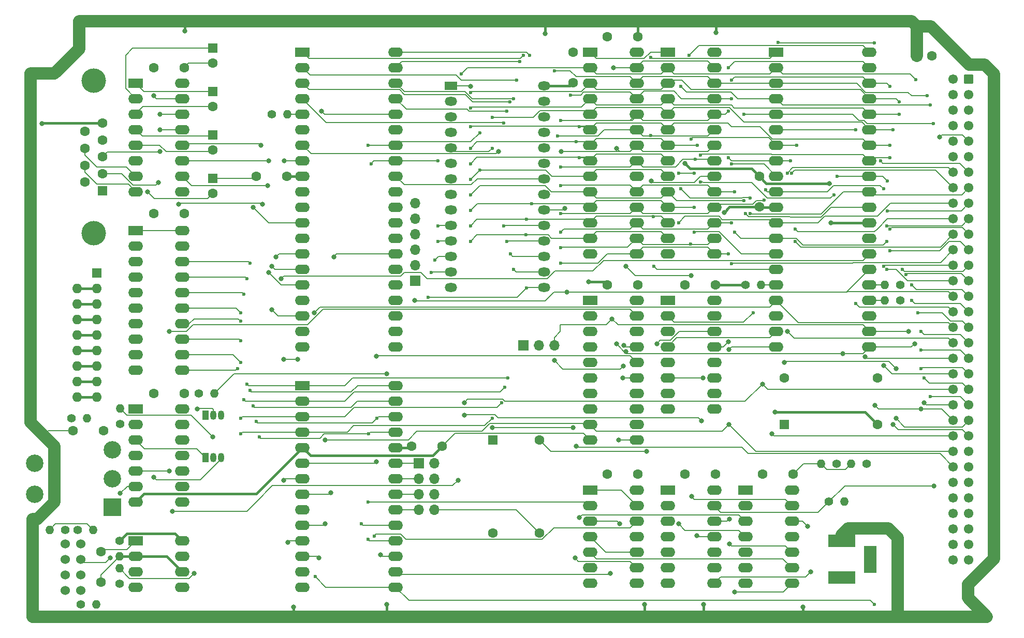
<source format=gbr>
%TF.GenerationSoftware,KiCad,Pcbnew,(6.0.4)*%
%TF.CreationDate,2022-09-27T18:30:23+02:00*%
%TF.ProjectId,Z80,5a38302e-6b69-4636-9164-5f7063625858,rev?*%
%TF.SameCoordinates,Original*%
%TF.FileFunction,Copper,L2,Bot*%
%TF.FilePolarity,Positive*%
%FSLAX46Y46*%
G04 Gerber Fmt 4.6, Leading zero omitted, Abs format (unit mm)*
G04 Created by KiCad (PCBNEW (6.0.4)) date 2022-09-27 18:30:23*
%MOMM*%
%LPD*%
G01*
G04 APERTURE LIST*
G04 Aperture macros list*
%AMRoundRect*
0 Rectangle with rounded corners*
0 $1 Rounding radius*
0 $2 $3 $4 $5 $6 $7 $8 $9 X,Y pos of 4 corners*
0 Add a 4 corners polygon primitive as box body*
4,1,4,$2,$3,$4,$5,$6,$7,$8,$9,$2,$3,0*
0 Add four circle primitives for the rounded corners*
1,1,$1+$1,$2,$3*
1,1,$1+$1,$4,$5*
1,1,$1+$1,$6,$7*
1,1,$1+$1,$8,$9*
0 Add four rect primitives between the rounded corners*
20,1,$1+$1,$2,$3,$4,$5,0*
20,1,$1+$1,$4,$5,$6,$7,0*
20,1,$1+$1,$6,$7,$8,$9,0*
20,1,$1+$1,$8,$9,$2,$3,0*%
G04 Aperture macros list end*
%TA.AperFunction,ComponentPad*%
%ADD10C,1.400000*%
%TD*%
%TA.AperFunction,ComponentPad*%
%ADD11O,1.400000X1.400000*%
%TD*%
%TA.AperFunction,ComponentPad*%
%ADD12C,1.600000*%
%TD*%
%TA.AperFunction,ComponentPad*%
%ADD13R,1.600000X1.600000*%
%TD*%
%TA.AperFunction,ComponentPad*%
%ADD14R,2.400000X1.600000*%
%TD*%
%TA.AperFunction,ComponentPad*%
%ADD15O,2.400000X1.600000*%
%TD*%
%TA.AperFunction,ComponentPad*%
%ADD16R,1.700000X1.700000*%
%TD*%
%TA.AperFunction,ComponentPad*%
%ADD17O,1.700000X1.700000*%
%TD*%
%TA.AperFunction,ComponentPad*%
%ADD18RoundRect,0.249999X-0.525001X0.525001X-0.525001X-0.525001X0.525001X-0.525001X0.525001X0.525001X0*%
%TD*%
%TA.AperFunction,ComponentPad*%
%ADD19C,1.550000*%
%TD*%
%TA.AperFunction,ComponentPad*%
%ADD20O,1.600000X1.600000*%
%TD*%
%TA.AperFunction,ComponentPad*%
%ADD21C,4.000000*%
%TD*%
%TA.AperFunction,ComponentPad*%
%ADD22R,1.050000X1.500000*%
%TD*%
%TA.AperFunction,ComponentPad*%
%ADD23O,1.050000X1.500000*%
%TD*%
%TA.AperFunction,ComponentPad*%
%ADD24R,2.000000X1.440000*%
%TD*%
%TA.AperFunction,ComponentPad*%
%ADD25O,2.000000X1.440000*%
%TD*%
%TA.AperFunction,ComponentPad*%
%ADD26C,1.524000*%
%TD*%
%TA.AperFunction,ComponentPad*%
%ADD27R,4.500000X2.000000*%
%TD*%
%TA.AperFunction,ComponentPad*%
%ADD28R,2.000000X4.500000*%
%TD*%
%TA.AperFunction,ComponentPad*%
%ADD29R,2.850000X2.850000*%
%TD*%
%TA.AperFunction,ComponentPad*%
%ADD30C,2.850000*%
%TD*%
%TA.AperFunction,ViaPad*%
%ADD31C,0.800000*%
%TD*%
%TA.AperFunction,ViaPad*%
%ADD32C,0.600000*%
%TD*%
%TA.AperFunction,Conductor*%
%ADD33C,0.151900*%
%TD*%
%TA.AperFunction,Conductor*%
%ADD34C,0.153000*%
%TD*%
%TA.AperFunction,Conductor*%
%ADD35C,0.400000*%
%TD*%
%TA.AperFunction,Conductor*%
%ADD36C,2.000000*%
%TD*%
G04 APERTURE END LIST*
D10*
%TO.P,R15,1*%
%TO.N,/MEMAQ*%
X169875200Y-119354600D03*
D11*
%TO.P,R15,2*%
%TO.N,+5V*%
X172415200Y-119354600D03*
%TD*%
D10*
%TO.P,R14,1*%
%TO.N,/{slash}WR*%
X176099000Y-113106200D03*
D11*
%TO.P,R14,2*%
%TO.N,+5V*%
X173559000Y-113106200D03*
%TD*%
D10*
%TO.P,R13,1*%
%TO.N,/{slash}RD*%
X171145200Y-113106200D03*
D11*
%TO.P,R13,2*%
%TO.N,+5V*%
X168605200Y-113106200D03*
%TD*%
D12*
%TO.P,C10,1*%
%TO.N,+5V*%
X64476000Y-101600000D03*
%TO.P,C10,2*%
%TO.N,GND*%
X59476000Y-101600000D03*
%TD*%
D13*
%TO.P,C1,1*%
%TO.N,Net-(C1-Pad1)*%
X69088000Y-52157621D03*
D12*
%TO.P,C1,2*%
%TO.N,Net-(C1-Pad2)*%
X69088000Y-54657621D03*
%TD*%
D10*
%TO.P,R3,1*%
%TO.N,+5V*%
X181560000Y-83820000D03*
D11*
%TO.P,R3,2*%
%TO.N,/{slash}BUSREQ*%
X179020000Y-83820000D03*
%TD*%
D13*
%TO.P,C4,1*%
%TO.N,Net-(C4-Pad1)*%
X69088000Y-45045621D03*
D12*
%TO.P,C4,2*%
%TO.N,+5V*%
X69088000Y-47545621D03*
%TD*%
D14*
%TO.P,U5,1,A0*%
%TO.N,/A14*%
X143520000Y-86350000D03*
D15*
%TO.P,U5,2,A1*%
%TO.N,/A15*%
X143520000Y-88890000D03*
%TO.P,U5,3,A2*%
%TO.N,GND*%
X143520000Y-91430000D03*
%TO.P,U5,4,~{LE}*%
%TO.N,/{slash}MREQ*%
X143520000Y-93970000D03*
%TO.P,U5,5,~{E1}*%
%TO.N,GND*%
X143520000Y-96510000D03*
%TO.P,U5,6,E2*%
%TO.N,+5V*%
X143520000Y-99050000D03*
%TO.P,U5,7,~{Y7}*%
%TO.N,unconnected-(U5-Pad7)*%
X143520000Y-101590000D03*
%TO.P,U5,8,GND*%
%TO.N,GND*%
X143520000Y-104130000D03*
%TO.P,U5,9,~{Y6}*%
%TO.N,unconnected-(U5-Pad9)*%
X151140000Y-104130000D03*
%TO.P,U5,10,~{Y5}*%
%TO.N,unconnected-(U5-Pad10)*%
X151140000Y-101590000D03*
%TO.P,U5,11,~{Y4}*%
%TO.N,unconnected-(U5-Pad11)*%
X151140000Y-99050000D03*
%TO.P,U5,12,~{Y3}*%
%TO.N,/MEMC000*%
X151140000Y-96510000D03*
%TO.P,U5,13,~{Y2}*%
%TO.N,/MEM8000*%
X151140000Y-93970000D03*
%TO.P,U5,14,~{Y1}*%
%TO.N,/MEM4000*%
X151140000Y-91430000D03*
%TO.P,U5,15,~{Y0}*%
%TO.N,/MEM0000*%
X151140000Y-88890000D03*
%TO.P,U5,16,VCC*%
%TO.N,+5V*%
X151140000Y-86350000D03*
%TD*%
D16*
%TO.P,J3,1,Pin_1*%
%TO.N,+5V*%
X119903000Y-93726000D03*
D17*
%TO.P,J3,2,Pin_2*%
%TO.N,/{slash}WE_ROM*%
X122443000Y-93726000D03*
%TO.P,J3,3,Pin_3*%
%TO.N,/{slash}WR*%
X124983000Y-93726000D03*
%TD*%
D14*
%TO.P,U7,1*%
%TO.N,Net-(U7-Pad1)*%
X156220000Y-117470000D03*
D15*
%TO.P,U7,2*%
%TO.N,/MEM0000*%
X156220000Y-120010000D03*
%TO.P,U7,3*%
%TO.N,/{slash}RAMSEL*%
X156220000Y-122550000D03*
%TO.P,U7,4*%
%TO.N,/{slash}CS_RAM_LOW_1*%
X156220000Y-125090000D03*
%TO.P,U7,5*%
%TO.N,Net-(U7-Pad1)*%
X156220000Y-127630000D03*
%TO.P,U7,6*%
X156220000Y-130170000D03*
%TO.P,U7,7,GND*%
%TO.N,GND*%
X156220000Y-132710000D03*
%TO.P,U7,8*%
%TO.N,/MEM0000*%
X163840000Y-132710000D03*
%TO.P,U7,9*%
%TO.N,/{slash}ROMSEL*%
X163840000Y-130170000D03*
%TO.P,U7,10*%
%TO.N,Net-(U7-Pad10)*%
X163840000Y-127630000D03*
%TO.P,U7,11*%
%TO.N,Net-(U6-Pad8)*%
X163840000Y-125090000D03*
%TO.P,U7,12*%
X163840000Y-122550000D03*
%TO.P,U7,13*%
%TO.N,/{slash}CS_RAM_HIGH*%
X163840000Y-120010000D03*
%TO.P,U7,14,VCC*%
%TO.N,+5V*%
X163840000Y-117470000D03*
%TD*%
D18*
%TO.P,J6,a1,Pin_a1*%
%TO.N,GND*%
X192780000Y-50165000D03*
D19*
%TO.P,J6,a2,Pin_a2*%
X192780000Y-52705000D03*
%TO.P,J6,a3,Pin_a3*%
X192780000Y-55245000D03*
%TO.P,J6,a4,Pin_a4*%
X192780000Y-57785000D03*
%TO.P,J6,a5,Pin_a5*%
%TO.N,/MEMAQ*%
X192780000Y-60325000D03*
%TO.P,J6,a6,Pin_a6*%
%TO.N,/INT3*%
X192780000Y-62865000D03*
%TO.P,J6,a7,Pin_a7*%
%TO.N,/A0*%
X192780000Y-65405000D03*
%TO.P,J6,a8,Pin_a8*%
%TO.N,/A1*%
X192780000Y-67945000D03*
%TO.P,J6,a9,Pin_a9*%
%TO.N,/A2*%
X192780000Y-70485000D03*
%TO.P,J6,a10,Pin_a10*%
%TO.N,/A3*%
X192780000Y-73025000D03*
%TO.P,J6,a11,Pin_a11*%
%TO.N,/A4*%
X192780000Y-75565000D03*
%TO.P,J6,a12,Pin_a12*%
%TO.N,/A5*%
X192780000Y-78105000D03*
%TO.P,J6,a13,Pin_a13*%
%TO.N,/A6*%
X192780000Y-80645000D03*
%TO.P,J6,a14,Pin_a14*%
%TO.N,/A7*%
X192780000Y-83185000D03*
%TO.P,J6,a15,Pin_a15*%
%TO.N,/A8*%
X192780000Y-85725000D03*
%TO.P,J6,a16,Pin_a16*%
%TO.N,/A9*%
X192780000Y-88265000D03*
%TO.P,J6,a17,Pin_a17*%
%TO.N,/A10*%
X192780000Y-90805000D03*
%TO.P,J6,a18,Pin_a18*%
%TO.N,/A11*%
X192780000Y-93345000D03*
%TO.P,J6,a19,Pin_a19*%
%TO.N,/A12*%
X192780000Y-95885000D03*
%TO.P,J6,a20,Pin_a20*%
%TO.N,/A13*%
X192780000Y-98425000D03*
%TO.P,J6,a21,Pin_a21*%
%TO.N,/A14*%
X192780000Y-100965000D03*
%TO.P,J6,a22,Pin_a22*%
%TO.N,/A15*%
X192780000Y-103505000D03*
%TO.P,J6,a23,Pin_a23*%
%TO.N,/{slash}BUSREQ*%
X192780000Y-106045000D03*
%TO.P,J6,a24,Pin_a24*%
%TO.N,/{slash}BUSACK*%
X192780000Y-108585000D03*
%TO.P,J6,a25,Pin_a25*%
%TO.N,/A16*%
X192780000Y-111125000D03*
%TO.P,J6,a26,Pin_a26*%
%TO.N,/A17*%
X192780000Y-113665000D03*
%TO.P,J6,a27,Pin_a27*%
%TO.N,/A18*%
X192780000Y-116205000D03*
%TO.P,J6,a28,Pin_a28*%
%TO.N,/A19*%
X192780000Y-118745000D03*
%TO.P,J6,a29,Pin_a29*%
%TO.N,/A20*%
X192780000Y-121285000D03*
%TO.P,J6,a30,Pin_a30*%
%TO.N,/A21*%
X192780000Y-123825000D03*
%TO.P,J6,a31,Pin_a31*%
%TO.N,/A22*%
X192780000Y-126365000D03*
%TO.P,J6,a32,Pin_a32*%
%TO.N,/A23*%
X192780000Y-128905000D03*
%TO.P,J6,b1,Pin_b1*%
%TO.N,+5V*%
X190240000Y-50165000D03*
%TO.P,J6,b2,Pin_b2*%
X190240000Y-52705000D03*
%TO.P,J6,b3,Pin_b3*%
X190240000Y-55245000D03*
%TO.P,J6,b4,Pin_b4*%
%TO.N,/INT0*%
X190240000Y-57785000D03*
%TO.P,J6,b5,Pin_b5*%
%TO.N,/INT1*%
X190240000Y-60325000D03*
%TO.P,J6,b6,Pin_b6*%
%TO.N,/INT2*%
X190240000Y-62865000D03*
%TO.P,J6,b7,Pin_b7*%
%TO.N,/D0*%
X190240000Y-65405000D03*
%TO.P,J6,b8,Pin_b8*%
%TO.N,/D1*%
X190240000Y-67945000D03*
%TO.P,J6,b9,Pin_b9*%
%TO.N,/D2*%
X190240000Y-70485000D03*
%TO.P,J6,b10,Pin_b10*%
%TO.N,/D3*%
X190240000Y-73025000D03*
%TO.P,J6,b11,Pin_b11*%
%TO.N,/D4*%
X190240000Y-75565000D03*
%TO.P,J6,b12,Pin_b12*%
%TO.N,/D5*%
X190240000Y-78105000D03*
%TO.P,J6,b13,Pin_b13*%
%TO.N,/D6*%
X190240000Y-80645000D03*
%TO.P,J6,b14,Pin_b14*%
%TO.N,/D7*%
X190240000Y-83185000D03*
%TO.P,J6,b15,Pin_b15*%
%TO.N,/{slash}RESET*%
X190240000Y-85725000D03*
%TO.P,J6,b16,Pin_b16*%
%TO.N,/CLK_CPU*%
X190240000Y-88265000D03*
%TO.P,J6,b17,Pin_b17*%
%TO.N,/{slash}INT*%
X190240000Y-90805000D03*
%TO.P,J6,b18,Pin_b18*%
%TO.N,/{slash}NMI*%
X190240000Y-93345000D03*
%TO.P,J6,b19,Pin_b19*%
%TO.N,/{slash}M1*%
X190240000Y-95885000D03*
%TO.P,J6,b20,Pin_b20*%
%TO.N,/{slash}WAIT*%
X190240000Y-98425000D03*
%TO.P,J6,b21,Pin_b21*%
%TO.N,/{slash}HALT*%
X190240000Y-100965000D03*
%TO.P,J6,b22,Pin_b22*%
%TO.N,/{slash}RD*%
X190240000Y-103505000D03*
%TO.P,J6,b23,Pin_b23*%
%TO.N,/{slash}WR*%
X190240000Y-106045000D03*
%TO.P,J6,b24,Pin_b24*%
%TO.N,/{slash}MREQ*%
X190240000Y-108585000D03*
%TO.P,J6,b25,Pin_b25*%
%TO.N,/{slash}IOREQ*%
X190240000Y-111125000D03*
%TO.P,J6,b26,Pin_b26*%
%TO.N,/IEO_SIO*%
X190240000Y-113665000D03*
%TO.P,J6,b27,Pin_b27*%
%TO.N,/CARD_IEO*%
X190240000Y-116205000D03*
%TO.P,J6,b28,Pin_b28*%
%TO.N,+12V*%
X190240000Y-118745000D03*
%TO.P,J6,b29,Pin_b29*%
%TO.N,-12V*%
X190240000Y-121285000D03*
%TO.P,J6,b30,Pin_b30*%
%TO.N,-5V*%
X190240000Y-123825000D03*
%TO.P,J6,b31,Pin_b31*%
%TO.N,+3V3*%
X190240000Y-126365000D03*
%TO.P,J6,b32,Pin_b32*%
%TO.N,GND*%
X190240000Y-128905000D03*
%TD*%
D16*
%TO.P,J1,1,Pin_1*%
%TO.N,Net-(J1-Pad1)*%
X102865000Y-113040000D03*
D17*
%TO.P,J1,2,Pin_2*%
%TO.N,Net-(J1-Pad2)*%
X105405000Y-113040000D03*
%TO.P,J1,3,Pin_3*%
%TO.N,Net-(J1-Pad3)*%
X102865000Y-115580000D03*
%TO.P,J1,4,Pin_4*%
%TO.N,Net-(J1-Pad2)*%
X105405000Y-115580000D03*
%TO.P,J1,5,Pin_5*%
%TO.N,Net-(J1-Pad5)*%
X102865000Y-118120000D03*
%TO.P,J1,6,Pin_6*%
%TO.N,Net-(J1-Pad2)*%
X105405000Y-118120000D03*
%TO.P,J1,7,Pin_7*%
%TO.N,Net-(J1-Pad7)*%
X102865000Y-120660000D03*
%TO.P,J1,8,Pin_8*%
%TO.N,Net-(J1-Pad2)*%
X105405000Y-120660000D03*
%TD*%
D13*
%TO.P,C2,1*%
%TO.N,Net-(C2-Pad1)*%
X69088000Y-59269621D03*
D12*
%TO.P,C2,2*%
%TO.N,Net-(C2-Pad2)*%
X69088000Y-61769621D03*
%TD*%
D13*
%TO.P,C5,1*%
%TO.N,GND*%
X69088000Y-66381621D03*
D12*
%TO.P,C5,2*%
%TO.N,Net-(C5-Pad2)*%
X69088000Y-68881621D03*
%TD*%
D14*
%TO.P,U6,1*%
%TO.N,/{slash}CS_RAM_LOW_1*%
X143520000Y-117470000D03*
D15*
%TO.P,U6,2*%
%TO.N,/MEM4000*%
X143520000Y-120010000D03*
%TO.P,U6,3*%
%TO.N,Net-(U6-Pad3)*%
X143520000Y-122550000D03*
%TO.P,U6,4*%
X143520000Y-125090000D03*
%TO.P,U6,5*%
X143520000Y-127630000D03*
%TO.P,U6,6*%
%TO.N,/{slash}CS_RAM_LOW*%
X143520000Y-130170000D03*
%TO.P,U6,7,GND*%
%TO.N,GND*%
X143520000Y-132710000D03*
%TO.P,U6,8*%
%TO.N,Net-(U6-Pad8)*%
X151140000Y-132710000D03*
%TO.P,U6,9*%
%TO.N,/MEM8000*%
X151140000Y-130170000D03*
%TO.P,U6,10*%
%TO.N,/MEMC000*%
X151140000Y-127630000D03*
%TO.P,U6,11*%
%TO.N,/{slash}CS_ROM_LOW*%
X151140000Y-125090000D03*
%TO.P,U6,12*%
%TO.N,Net-(U7-Pad10)*%
X151140000Y-122550000D03*
%TO.P,U6,13*%
%TO.N,/MEMAQ*%
X151140000Y-120010000D03*
%TO.P,U6,14,VCC*%
%TO.N,+5V*%
X151140000Y-117470000D03*
%TD*%
D13*
%TO.P,RN1,1,common*%
%TO.N,GND*%
X50165000Y-81915000D03*
D20*
%TO.P,RN1,2,R1*%
%TO.N,Net-(RN1-Pad2)*%
X50165000Y-84455000D03*
%TO.P,RN1,3,R2*%
%TO.N,Net-(RN1-Pad3)*%
X50165000Y-86995000D03*
%TO.P,RN1,4,R3*%
%TO.N,Net-(RN1-Pad4)*%
X50165000Y-89535000D03*
%TO.P,RN1,5,R4*%
%TO.N,Net-(RN1-Pad5)*%
X50165000Y-92075000D03*
%TO.P,RN1,6,R5*%
%TO.N,Net-(RN1-Pad6)*%
X50165000Y-94615000D03*
%TO.P,RN1,7,R6*%
%TO.N,Net-(RN1-Pad7)*%
X50165000Y-97155000D03*
%TO.P,RN1,8,R7*%
%TO.N,Net-(RN1-Pad8)*%
X50165000Y-99695000D03*
%TO.P,RN1,9,R8*%
%TO.N,Net-(RN1-Pad9)*%
X50165000Y-102235000D03*
%TD*%
D12*
%TO.P,C16,1*%
%TO.N,+5V*%
X138644000Y-83820000D03*
%TO.P,C16,2*%
%TO.N,GND*%
X133644000Y-83820000D03*
%TD*%
D13*
%TO.P,C7,1*%
%TO.N,+5V*%
X184267349Y-46355000D03*
D12*
%TO.P,C7,2*%
%TO.N,GND*%
X186767349Y-46355000D03*
%TD*%
D21*
%TO.P,J4,0*%
%TO.N,N/C*%
X49655331Y-50375000D03*
X49655331Y-75375000D03*
D13*
%TO.P,J4,1,1*%
%TO.N,unconnected-(J4-Pad1)*%
X51075331Y-68415000D03*
D12*
%TO.P,J4,2,2*%
%TO.N,Net-(J4-Pad2)*%
X51075331Y-65645000D03*
%TO.P,J4,3,3*%
%TO.N,Net-(J4-Pad3)*%
X51075331Y-62875000D03*
%TO.P,J4,4,4*%
%TO.N,unconnected-(J4-Pad4)*%
X51075331Y-60105000D03*
%TO.P,J4,5,5*%
%TO.N,GND*%
X51075331Y-57335000D03*
%TO.P,J4,6,6*%
%TO.N,unconnected-(J4-Pad6)*%
X48235331Y-67030000D03*
%TO.P,J4,7,7*%
%TO.N,Net-(J4-Pad7)*%
X48235331Y-64260000D03*
%TO.P,J4,8,8*%
%TO.N,Net-(J4-Pad8)*%
X48235331Y-61490000D03*
%TO.P,J4,9,9*%
%TO.N,unconnected-(J4-Pad9)*%
X48235331Y-58720000D03*
%TD*%
D22*
%TO.P,Q1,1,C*%
%TO.N,/{slash}RESET*%
X67945000Y-112120000D03*
D23*
%TO.P,Q1,2,B*%
%TO.N,Net-(Q1-Pad2)*%
X69215000Y-112120000D03*
%TO.P,Q1,3,E*%
%TO.N,GND*%
X70485000Y-112120000D03*
%TD*%
D10*
%TO.P,R7,1*%
%TO.N,Net-(R7-Pad1)*%
X53975000Y-106630000D03*
D11*
%TO.P,R7,2*%
%TO.N,Net-(Q1-Pad2)*%
X53975000Y-104090000D03*
%TD*%
D12*
%TO.P,C20,1*%
%TO.N,+5V*%
X151344000Y-114808000D03*
%TO.P,C20,2*%
%TO.N,GND*%
X146344000Y-114808000D03*
%TD*%
D14*
%TO.P,U9,1*%
%TO.N,Net-(C6-Pad2)*%
X56525000Y-104135000D03*
D15*
%TO.P,U9,2*%
%TO.N,Net-(R7-Pad1)*%
X56525000Y-106675000D03*
%TO.P,U9,3*%
%TO.N,/{slash}RESET*%
X56525000Y-109215000D03*
%TO.P,U9,4*%
%TO.N,/LED_RESET*%
X56525000Y-111755000D03*
%TO.P,U9,5*%
%TO.N,/{slash}HALT*%
X56525000Y-114295000D03*
%TO.P,U9,6*%
%TO.N,/LED_HALT*%
X56525000Y-116835000D03*
%TO.P,U9,7,GND*%
%TO.N,GND*%
X56525000Y-119375000D03*
%TO.P,U9,8*%
%TO.N,N/C*%
X64145000Y-119375000D03*
%TO.P,U9,9*%
X64145000Y-116835000D03*
%TO.P,U9,10*%
X64145000Y-114295000D03*
%TO.P,U9,11*%
X64145000Y-111755000D03*
%TO.P,U9,12*%
X64145000Y-109215000D03*
%TO.P,U9,13*%
X64145000Y-106675000D03*
%TO.P,U9,14,VCC*%
%TO.N,+5V*%
X64145000Y-104135000D03*
%TD*%
D10*
%TO.P,R9,1*%
%TO.N,+5V*%
X66852000Y-101600000D03*
D11*
%TO.P,R9,2*%
%TO.N,/{slash}RESET*%
X69392000Y-101600000D03*
%TD*%
D24*
%TO.P,U4,1,A14*%
%TO.N,/{slash}CS_ROM_LOW*%
X108042500Y-51200000D03*
D25*
%TO.P,U4,2,A12*%
%TO.N,/A12*%
X108042500Y-53740000D03*
%TO.P,U4,3,A7*%
%TO.N,/A7*%
X108042500Y-56280000D03*
%TO.P,U4,4,A6*%
%TO.N,/A6*%
X108042500Y-58820000D03*
%TO.P,U4,5,A5*%
%TO.N,/A5*%
X108042500Y-61360000D03*
%TO.P,U4,6,A4*%
%TO.N,/A4*%
X108042500Y-63900000D03*
%TO.P,U4,7,A3*%
%TO.N,/A3*%
X108042500Y-66440000D03*
%TO.P,U4,8,A2*%
%TO.N,/A2*%
X108042500Y-68980000D03*
%TO.P,U4,9,A1*%
%TO.N,/A1*%
X108042500Y-71520000D03*
%TO.P,U4,10,A0*%
%TO.N,/A0*%
X108042500Y-74060000D03*
%TO.P,U4,11,D0*%
%TO.N,/D0*%
X108042500Y-76600000D03*
%TO.P,U4,12,D1*%
%TO.N,/D1*%
X108042500Y-79140000D03*
%TO.P,U4,13,D2*%
%TO.N,/D2*%
X108042500Y-81680000D03*
%TO.P,U4,14,GND*%
%TO.N,GND*%
X108042500Y-84220000D03*
%TO.P,U4,15,D3*%
%TO.N,/D3*%
X123282500Y-84220000D03*
%TO.P,U4,16,D4*%
%TO.N,/D4*%
X123282500Y-81680000D03*
%TO.P,U4,17,D5*%
%TO.N,/D5*%
X123282500Y-79140000D03*
%TO.P,U4,18,D6*%
%TO.N,/D6*%
X123282500Y-76600000D03*
%TO.P,U4,19,D7*%
%TO.N,/D7*%
X123282500Y-74060000D03*
%TO.P,U4,20,~{CS}*%
%TO.N,/ROM_BANK_SEL*%
X123282500Y-71520000D03*
%TO.P,U4,21,A10*%
%TO.N,/A10*%
X123282500Y-68980000D03*
%TO.P,U4,22,~{OE}*%
%TO.N,/{slash}RD*%
X123282500Y-66440000D03*
%TO.P,U4,23,A11*%
%TO.N,/A11*%
X123282500Y-63900000D03*
%TO.P,U4,24,A9*%
%TO.N,/A9*%
X123282500Y-61360000D03*
%TO.P,U4,25,A8*%
%TO.N,/A8*%
X123282500Y-58820000D03*
%TO.P,U4,26,A13*%
%TO.N,/A13*%
X123282500Y-56280000D03*
%TO.P,U4,27,~{WE}*%
%TO.N,/{slash}WE_ROM*%
X123282500Y-53740000D03*
%TO.P,U4,28,VCC*%
%TO.N,+5V*%
X123282500Y-51200000D03*
%TD*%
D12*
%TO.P,C12,1*%
%TO.N,+5V*%
X81240000Y-66040000D03*
%TO.P,C12,2*%
%TO.N,GND*%
X76240000Y-66040000D03*
%TD*%
D10*
%TO.P,R11,1*%
%TO.N,Net-(LED1-Pad2a)*%
X44958000Y-123952000D03*
D11*
%TO.P,R11,2*%
%TO.N,GND*%
X42418000Y-123952000D03*
%TD*%
D16*
%TO.P,J2,1,Pin_1*%
%TO.N,unconnected-(J2-Pad1)*%
X102210000Y-83160000D03*
D17*
%TO.P,J2,2,Pin_2*%
%TO.N,Net-(J2-Pad2)*%
X102210000Y-80620000D03*
%TO.P,J2,3,Pin_3*%
%TO.N,Net-(J2-Pad3)*%
X102210000Y-78080000D03*
%TO.P,J2,4,Pin_4*%
%TO.N,unconnected-(J2-Pad4)*%
X102210000Y-75540000D03*
%TO.P,J2,5,Pin_5*%
%TO.N,unconnected-(J2-Pad5)*%
X102210000Y-73000000D03*
%TO.P,J2,6,Pin_6*%
%TO.N,GND*%
X102210000Y-70460000D03*
%TD*%
D12*
%TO.P,C3,1*%
%TO.N,Net-(C3-Pad1)*%
X50800000Y-132548000D03*
%TO.P,C3,2*%
%TO.N,GND*%
X50800000Y-127548000D03*
%TD*%
%TO.P,C17,1*%
%TO.N,+5V*%
X158496000Y-71080000D03*
%TO.P,C17,2*%
%TO.N,GND*%
X158496000Y-66080000D03*
%TD*%
D26*
%TO.P,LED1,1a,K*%
%TO.N,Net-(LED1-Pad1a)*%
X47498000Y-126238000D03*
%TO.P,LED1,1b,A*%
%TO.N,+5V*%
X47498000Y-128778000D03*
%TO.P,LED1,2a,K*%
%TO.N,Net-(LED1-Pad2a)*%
X44958000Y-126238000D03*
%TO.P,LED1,2b,A*%
%TO.N,/LED_RESET*%
X44958000Y-128778000D03*
%TD*%
D12*
%TO.P,C6,1*%
%TO.N,+5V*%
X46268000Y-107696000D03*
%TO.P,C6,2*%
%TO.N,Net-(C6-Pad2)*%
X51268000Y-107696000D03*
%TD*%
%TO.P,C18,1*%
%TO.N,+5V*%
X151344000Y-83820000D03*
%TO.P,C18,2*%
%TO.N,GND*%
X146344000Y-83820000D03*
%TD*%
D13*
%TO.P,X2,1,NC*%
%TO.N,unconnected-(X2-Pad1)*%
X114935000Y-109220000D03*
D12*
%TO.P,X2,7,GND*%
%TO.N,GND*%
X114935000Y-124460000D03*
%TO.P,X2,8,OUT*%
%TO.N,Net-(J1-Pad2)*%
X122555000Y-124460000D03*
%TO.P,X2,14,Vcc*%
%TO.N,+5V*%
X122555000Y-109220000D03*
%TD*%
D14*
%TO.P,U12,1,A->B*%
%TO.N,+5V*%
X56525000Y-74935000D03*
D15*
%TO.P,U12,2,A0*%
%TO.N,Net-(RN1-Pad2)*%
X56525000Y-77475000D03*
%TO.P,U12,3,A1*%
%TO.N,Net-(RN1-Pad3)*%
X56525000Y-80015000D03*
%TO.P,U12,4,A2*%
%TO.N,Net-(RN1-Pad4)*%
X56525000Y-82555000D03*
%TO.P,U12,5,A3*%
%TO.N,Net-(RN1-Pad5)*%
X56525000Y-85095000D03*
%TO.P,U12,6,A4*%
%TO.N,Net-(RN1-Pad6)*%
X56525000Y-87635000D03*
%TO.P,U12,7,A5*%
%TO.N,Net-(RN1-Pad7)*%
X56525000Y-90175000D03*
%TO.P,U12,8,A6*%
%TO.N,Net-(RN1-Pad8)*%
X56525000Y-92715000D03*
%TO.P,U12,9,A7*%
%TO.N,Net-(RN1-Pad9)*%
X56525000Y-95255000D03*
%TO.P,U12,10,GND*%
%TO.N,GND*%
X56525000Y-97795000D03*
%TO.P,U12,11,B7*%
%TO.N,/D7*%
X64145000Y-97795000D03*
%TO.P,U12,12,B6*%
%TO.N,/D6*%
X64145000Y-95255000D03*
%TO.P,U12,13,B5*%
%TO.N,/D5*%
X64145000Y-92715000D03*
%TO.P,U12,14,B4*%
%TO.N,/D4*%
X64145000Y-90175000D03*
%TO.P,U12,15,B3*%
%TO.N,/D3*%
X64145000Y-87635000D03*
%TO.P,U12,16,B2*%
%TO.N,/D2*%
X64145000Y-85095000D03*
%TO.P,U12,17,B1*%
%TO.N,/D1*%
X64145000Y-82555000D03*
%TO.P,U12,18,B0*%
%TO.N,/D0*%
X64145000Y-80015000D03*
%TO.P,U12,19,CE*%
%TO.N,/{slash}CS_DIP*%
X64145000Y-77475000D03*
%TO.P,U12,20,VCC*%
%TO.N,+5V*%
X64145000Y-74935000D03*
%TD*%
D14*
%TO.P,U15,1,C1+*%
%TO.N,Net-(C1-Pad1)*%
X56525000Y-50790000D03*
D15*
%TO.P,U15,2,VS+*%
%TO.N,Net-(C4-Pad1)*%
X56525000Y-53330000D03*
%TO.P,U15,3,C1-*%
%TO.N,Net-(C1-Pad2)*%
X56525000Y-55870000D03*
%TO.P,U15,4,C2+*%
%TO.N,Net-(C2-Pad1)*%
X56525000Y-58410000D03*
%TO.P,U15,5,C2-*%
%TO.N,Net-(C2-Pad2)*%
X56525000Y-60950000D03*
%TO.P,U15,6,VS-*%
%TO.N,Net-(C5-Pad2)*%
X56525000Y-63490000D03*
%TO.P,U15,7,T2OUT*%
%TO.N,Net-(J4-Pad8)*%
X56525000Y-66030000D03*
%TO.P,U15,8,R2IN*%
%TO.N,Net-(J4-Pad7)*%
X56525000Y-68570000D03*
%TO.P,U15,9,R2OUT*%
%TO.N,Net-(U14-Pad18)*%
X64145000Y-68570000D03*
%TO.P,U15,10,T2IN*%
%TO.N,Net-(U14-Pad16)*%
X64145000Y-66030000D03*
%TO.P,U15,11,T1IN*%
%TO.N,Net-(U14-Pad15)*%
X64145000Y-63490000D03*
%TO.P,U15,12,R1OUT*%
%TO.N,Net-(U14-Pad12)*%
X64145000Y-60950000D03*
%TO.P,U15,13,R1IN*%
%TO.N,Net-(J4-Pad3)*%
X64145000Y-58410000D03*
%TO.P,U15,14,T1OUT*%
%TO.N,Net-(J4-Pad2)*%
X64145000Y-55870000D03*
%TO.P,U15,15,GND*%
%TO.N,GND*%
X64145000Y-53330000D03*
%TO.P,U15,16,VCC*%
%TO.N,+5V*%
X64145000Y-50790000D03*
%TD*%
D10*
%TO.P,R10,1*%
%TO.N,Net-(LED1-Pad1a)*%
X46990000Y-123952000D03*
D11*
%TO.P,R10,2*%
%TO.N,GND*%
X49530000Y-123952000D03*
%TD*%
D27*
%TO.P,J5,1*%
%TO.N,+5V*%
X171958000Y-125778000D03*
%TO.P,J5,2*%
%TO.N,GND*%
X171958000Y-131778000D03*
D28*
%TO.P,J5,3*%
%TO.N,N/C*%
X176658000Y-128778000D03*
%TD*%
D14*
%TO.P,U1,1,A11*%
%TO.N,/A11*%
X161285000Y-45725000D03*
D15*
%TO.P,U1,2,A12*%
%TO.N,/A12*%
X161285000Y-48265000D03*
%TO.P,U1,3,A13*%
%TO.N,/A13*%
X161285000Y-50805000D03*
%TO.P,U1,4,A14*%
%TO.N,/A14*%
X161285000Y-53345000D03*
%TO.P,U1,5,A15*%
%TO.N,/A15*%
X161285000Y-55885000D03*
%TO.P,U1,6,~{CLK}*%
%TO.N,/CLK_CPU*%
X161285000Y-58425000D03*
%TO.P,U1,7,D4*%
%TO.N,/D4*%
X161285000Y-60965000D03*
%TO.P,U1,8,D3*%
%TO.N,/D3*%
X161285000Y-63505000D03*
%TO.P,U1,9,D5*%
%TO.N,/D5*%
X161285000Y-66045000D03*
%TO.P,U1,10,D6*%
%TO.N,/D6*%
X161285000Y-68585000D03*
%TO.P,U1,11,VCC*%
%TO.N,+5V*%
X161285000Y-71125000D03*
%TO.P,U1,12,D2*%
%TO.N,/D2*%
X161285000Y-73665000D03*
%TO.P,U1,13,D7*%
%TO.N,/D7*%
X161285000Y-76205000D03*
%TO.P,U1,14,D0*%
%TO.N,/D0*%
X161285000Y-78745000D03*
%TO.P,U1,15,D1*%
%TO.N,/D1*%
X161285000Y-81285000D03*
%TO.P,U1,16,~{INT}*%
%TO.N,/{slash}NMI*%
X161285000Y-83825000D03*
%TO.P,U1,17,~{NMI}*%
%TO.N,/{slash}INT*%
X161285000Y-86365000D03*
%TO.P,U1,18,~{HALT}*%
%TO.N,/{slash}HALT*%
X161285000Y-88905000D03*
%TO.P,U1,19,~{MREQ}*%
%TO.N,/{slash}MREQ*%
X161285000Y-91445000D03*
%TO.P,U1,20,~{IORQ}*%
%TO.N,/{slash}IOREQ*%
X161285000Y-93985000D03*
%TO.P,U1,21,~{RD}*%
%TO.N,/{slash}RD*%
X176525000Y-93985000D03*
%TO.P,U1,22,~{WR}*%
%TO.N,/{slash}WR*%
X176525000Y-91445000D03*
%TO.P,U1,23,~{BUSACK}*%
%TO.N,/{slash}BUSACK*%
X176525000Y-88905000D03*
%TO.P,U1,24,~{WAIT}*%
%TO.N,/{slash}WAIT*%
X176525000Y-86365000D03*
%TO.P,U1,25,~{BUSRQ}*%
%TO.N,/{slash}BUSREQ*%
X176525000Y-83825000D03*
%TO.P,U1,26,~{RESET}*%
%TO.N,/{slash}RESET*%
X176525000Y-81285000D03*
%TO.P,U1,27,~{M1}*%
%TO.N,/{slash}M1*%
X176525000Y-78745000D03*
%TO.P,U1,28,~{RFSH}*%
%TO.N,unconnected-(U1-Pad28)*%
X176525000Y-76205000D03*
%TO.P,U1,29,GND*%
%TO.N,GND*%
X176525000Y-73665000D03*
%TO.P,U1,30,A0*%
%TO.N,/A0*%
X176525000Y-71125000D03*
%TO.P,U1,31,A1*%
%TO.N,/A1*%
X176525000Y-68585000D03*
%TO.P,U1,32,A2*%
%TO.N,/A2*%
X176525000Y-66045000D03*
%TO.P,U1,33,A3*%
%TO.N,/A3*%
X176525000Y-63505000D03*
%TO.P,U1,34,A4*%
%TO.N,/A4*%
X176525000Y-60965000D03*
%TO.P,U1,35,A5*%
%TO.N,/A5*%
X176525000Y-58425000D03*
%TO.P,U1,36,A6*%
%TO.N,/A6*%
X176525000Y-55885000D03*
%TO.P,U1,37,A7*%
%TO.N,/A7*%
X176525000Y-53345000D03*
%TO.P,U1,38,A8*%
%TO.N,/A8*%
X176525000Y-50805000D03*
%TO.P,U1,39,A9*%
%TO.N,/A9*%
X176525000Y-48265000D03*
%TO.P,U1,40,A10*%
%TO.N,/A10*%
X176525000Y-45725000D03*
%TD*%
D12*
%TO.P,C15,1*%
%TO.N,+5V*%
X138644000Y-43180000D03*
%TO.P,C15,2*%
%TO.N,GND*%
X133644000Y-43180000D03*
%TD*%
D13*
%TO.P,SW1,1*%
%TO.N,+5V*%
X39320000Y-84445000D03*
D20*
%TO.P,SW1,2*%
X39320000Y-86985000D03*
%TO.P,SW1,3*%
X39320000Y-89525000D03*
%TO.P,SW1,4*%
X39320000Y-92065000D03*
%TO.P,SW1,5*%
X39320000Y-94605000D03*
%TO.P,SW1,6*%
X39320000Y-97145000D03*
%TO.P,SW1,7*%
X39320000Y-99685000D03*
%TO.P,SW1,8*%
X39320000Y-102225000D03*
%TO.P,SW1,9*%
%TO.N,Net-(RN1-Pad9)*%
X46940000Y-102225000D03*
%TO.P,SW1,10*%
%TO.N,Net-(RN1-Pad8)*%
X46940000Y-99685000D03*
%TO.P,SW1,11*%
%TO.N,Net-(RN1-Pad7)*%
X46940000Y-97145000D03*
%TO.P,SW1,12*%
%TO.N,Net-(RN1-Pad6)*%
X46940000Y-94605000D03*
%TO.P,SW1,13*%
%TO.N,Net-(RN1-Pad5)*%
X46940000Y-92065000D03*
%TO.P,SW1,14*%
%TO.N,Net-(RN1-Pad4)*%
X46940000Y-89525000D03*
%TO.P,SW1,15*%
%TO.N,Net-(RN1-Pad3)*%
X46940000Y-86985000D03*
%TO.P,SW1,16*%
%TO.N,Net-(RN1-Pad2)*%
X46940000Y-84445000D03*
%TD*%
D13*
%TO.P,X1,1,NC*%
%TO.N,unconnected-(X1-Pad1)*%
X162560000Y-106680000D03*
D12*
%TO.P,X1,7,GND*%
%TO.N,GND*%
X177800000Y-106680000D03*
%TO.P,X1,8,OUT*%
%TO.N,/CLK_CPU*%
X177800000Y-99060000D03*
%TO.P,X1,14,Vcc*%
%TO.N,+5V*%
X162560000Y-99060000D03*
%TD*%
D10*
%TO.P,R12,1*%
%TO.N,Net-(LED2-Pad1a)*%
X47498000Y-136144000D03*
D11*
%TO.P,R12,2*%
%TO.N,GND*%
X50038000Y-136144000D03*
%TD*%
D12*
%TO.P,C13,1*%
%TO.N,+5V*%
X101640000Y-110236000D03*
%TO.P,C13,2*%
%TO.N,GND*%
X106640000Y-110236000D03*
%TD*%
D29*
%TO.P,SW2,1,A*%
%TO.N,unconnected-(SW2-Pad1)*%
X52715620Y-120270000D03*
D30*
%TO.P,SW2,2,B*%
%TO.N,GND*%
X52715620Y-115570000D03*
%TO.P,SW2,3,C*%
%TO.N,Net-(C6-Pad2)*%
X52715620Y-110870000D03*
%TO.P,SW2,4*%
%TO.N,N/C*%
X40015620Y-113030000D03*
X40015620Y-118110000D03*
%TD*%
D10*
%TO.P,R6,1*%
%TO.N,+5V*%
X46024000Y-105664000D03*
D11*
%TO.P,R6,2*%
%TO.N,Net-(C6-Pad2)*%
X48564000Y-105664000D03*
%TD*%
D12*
%TO.P,C9,1*%
%TO.N,+5V*%
X64476000Y-72136000D03*
%TO.P,C9,2*%
%TO.N,GND*%
X59476000Y-72136000D03*
%TD*%
D10*
%TO.P,R2,1*%
%TO.N,+5V*%
X156260000Y-83820000D03*
D11*
%TO.P,R2,2*%
%TO.N,/{slash}NMI*%
X158800000Y-83820000D03*
%TD*%
D14*
%TO.P,U14,1,D1*%
%TO.N,/D1*%
X83815000Y-45725000D03*
D15*
%TO.P,U14,2,D3*%
%TO.N,/D3*%
X83815000Y-48265000D03*
%TO.P,U14,3,D5*%
%TO.N,/D5*%
X83815000Y-50805000D03*
%TO.P,U14,4,D7*%
%TO.N,/D7*%
X83815000Y-53345000D03*
%TO.P,U14,5,~{INT}*%
%TO.N,/{slash}INT*%
X83815000Y-55885000D03*
%TO.P,U14,6,IEI*%
%TO.N,/IEO_CTC*%
X83815000Y-58425000D03*
%TO.P,U14,7,IEO*%
%TO.N,/IEO_SIO*%
X83815000Y-60965000D03*
%TO.P,U14,8,~{M1}*%
%TO.N,/{slash}M1*%
X83815000Y-63505000D03*
%TO.P,U14,9,+5V*%
%TO.N,+5V*%
X83815000Y-66045000D03*
%TO.P,U14,10,~{W}/~{RDYA}*%
%TO.N,unconnected-(U14-Pad10)*%
X83815000Y-68585000D03*
%TO.P,U14,11,~{SYNCA}*%
%TO.N,unconnected-(U14-Pad11)*%
X83815000Y-71125000D03*
%TO.P,U14,12,RXDA*%
%TO.N,Net-(U14-Pad12)*%
X83815000Y-73665000D03*
%TO.P,U14,13,~{RXCA}*%
%TO.N,Net-(U13-Pad7)*%
X83815000Y-76205000D03*
%TO.P,U14,14,~{TXCA}*%
X83815000Y-78745000D03*
%TO.P,U14,15,TXDA*%
%TO.N,Net-(U14-Pad15)*%
X83815000Y-81285000D03*
%TO.P,U14,16,~{DTRA}*%
%TO.N,Net-(U14-Pad16)*%
X83815000Y-83825000D03*
%TO.P,U14,17,~{RTSA}*%
%TO.N,unconnected-(U14-Pad17)*%
X83815000Y-86365000D03*
%TO.P,U14,18,~{CTSA}*%
%TO.N,Net-(U14-Pad18)*%
X83815000Y-88905000D03*
%TO.P,U14,19,~{DCDA}*%
%TO.N,unconnected-(U14-Pad19)*%
X83815000Y-91445000D03*
%TO.P,U14,20,\u03A6*%
%TO.N,/CLK_CPU*%
X83815000Y-93985000D03*
%TO.P,U14,21,~{RESET}*%
%TO.N,/{slash}RESET*%
X99055000Y-93985000D03*
%TO.P,U14,22,~{DCDB}*%
%TO.N,unconnected-(U14-Pad22)*%
X99055000Y-91445000D03*
%TO.P,U14,23,~{CTSB}*%
%TO.N,unconnected-(U14-Pad23)*%
X99055000Y-88905000D03*
%TO.P,U14,24,~{RTSB}*%
%TO.N,unconnected-(U14-Pad24)*%
X99055000Y-86365000D03*
%TO.P,U14,25,~{DTRB}*%
%TO.N,unconnected-(U14-Pad25)*%
X99055000Y-83825000D03*
%TO.P,U14,26,TXDB*%
%TO.N,Net-(J2-Pad2)*%
X99055000Y-81285000D03*
%TO.P,U14,27,~{RxTxCB}*%
%TO.N,Net-(U13-Pad8)*%
X99055000Y-78745000D03*
%TO.P,U14,28,RXDB*%
%TO.N,Net-(J2-Pad3)*%
X99055000Y-76205000D03*
%TO.P,U14,29,~{SYNCB}*%
%TO.N,unconnected-(U14-Pad29)*%
X99055000Y-73665000D03*
%TO.P,U14,30,~{W}/~{RDYB}*%
%TO.N,unconnected-(U14-Pad30)*%
X99055000Y-71125000D03*
%TO.P,U14,31,GND*%
%TO.N,GND*%
X99055000Y-68585000D03*
%TO.P,U14,32,~{RD}*%
%TO.N,/{slash}RD*%
X99055000Y-66045000D03*
%TO.P,U14,33,C/~{D}*%
%TO.N,/A0*%
X99055000Y-63505000D03*
%TO.P,U14,34,B/~{A}*%
%TO.N,/A1*%
X99055000Y-60965000D03*
%TO.P,U14,35,~{CE}*%
%TO.N,/{slash}CS_SIO*%
X99055000Y-58425000D03*
%TO.P,U14,36,~{IORQ}*%
%TO.N,/{slash}IOREQ*%
X99055000Y-55885000D03*
%TO.P,U14,37,D6*%
%TO.N,/D6*%
X99055000Y-53345000D03*
%TO.P,U14,38,D4*%
%TO.N,/D4*%
X99055000Y-50805000D03*
%TO.P,U14,39,D2*%
%TO.N,/D2*%
X99055000Y-48265000D03*
%TO.P,U14,40,D0*%
%TO.N,/D0*%
X99055000Y-45725000D03*
%TD*%
D12*
%TO.P,C14,1*%
%TO.N,+5V*%
X128016000Y-50760000D03*
%TO.P,C14,2*%
%TO.N,GND*%
X128016000Y-45760000D03*
%TD*%
D14*
%TO.P,U3,1,A14*%
%TO.N,/A14*%
X130820000Y-45705000D03*
D15*
%TO.P,U3,2,A12*%
%TO.N,/A12*%
X130820000Y-48245000D03*
%TO.P,U3,3,A7*%
%TO.N,/A7*%
X130820000Y-50785000D03*
%TO.P,U3,4,A6*%
%TO.N,/A6*%
X130820000Y-53325000D03*
%TO.P,U3,5,A5*%
%TO.N,/A5*%
X130820000Y-55865000D03*
%TO.P,U3,6,A4*%
%TO.N,/A4*%
X130820000Y-58405000D03*
%TO.P,U3,7,A3*%
%TO.N,/A3*%
X130820000Y-60945000D03*
%TO.P,U3,8,A2*%
%TO.N,/A2*%
X130820000Y-63485000D03*
%TO.P,U3,9,A1*%
%TO.N,/A1*%
X130820000Y-66025000D03*
%TO.P,U3,10,A0*%
%TO.N,/A0*%
X130820000Y-68565000D03*
%TO.P,U3,11,Q0*%
%TO.N,/D0*%
X130820000Y-71105000D03*
%TO.P,U3,12,Q1*%
%TO.N,/D1*%
X130820000Y-73645000D03*
%TO.P,U3,13,Q2*%
%TO.N,/D2*%
X130820000Y-76185000D03*
%TO.P,U3,14,GND*%
%TO.N,GND*%
X130820000Y-78725000D03*
%TO.P,U3,15,Q3*%
%TO.N,/D3*%
X138440000Y-78725000D03*
%TO.P,U3,16,Q4*%
%TO.N,/D4*%
X138440000Y-76185000D03*
%TO.P,U3,17,Q5*%
%TO.N,/D5*%
X138440000Y-73645000D03*
%TO.P,U3,18,Q6*%
%TO.N,/D6*%
X138440000Y-71105000D03*
%TO.P,U3,19,Q7*%
%TO.N,/D7*%
X138440000Y-68565000D03*
%TO.P,U3,20,~{CS}*%
%TO.N,/{slash}CS_RAM_HIGH*%
X138440000Y-66025000D03*
%TO.P,U3,21,A10*%
%TO.N,/A10*%
X138440000Y-63485000D03*
%TO.P,U3,22,~{OE}*%
%TO.N,/{slash}RD*%
X138440000Y-60945000D03*
%TO.P,U3,23,A11*%
%TO.N,/A11*%
X138440000Y-58405000D03*
%TO.P,U3,24,A9*%
%TO.N,/A9*%
X138440000Y-55865000D03*
%TO.P,U3,25,A8*%
%TO.N,/A8*%
X138440000Y-53325000D03*
%TO.P,U3,26,A13*%
%TO.N,/A13*%
X138440000Y-50785000D03*
%TO.P,U3,27,~{WE}*%
%TO.N,/{slash}WR*%
X138440000Y-48245000D03*
%TO.P,U3,28,VCC*%
%TO.N,+5V*%
X138440000Y-45705000D03*
%TD*%
D14*
%TO.P,U8,1,~{R}*%
%TO.N,/{slash}RESET*%
X130820000Y-117470000D03*
D15*
%TO.P,U8,2,D*%
%TO.N,/D0*%
X130820000Y-120010000D03*
%TO.P,U8,3,C*%
%TO.N,/{slash}CS_BANK*%
X130820000Y-122550000D03*
%TO.P,U8,4,~{S}*%
%TO.N,+5V*%
X130820000Y-125090000D03*
%TO.P,U8,5,Q*%
%TO.N,/{slash}ROMSEL*%
X130820000Y-127630000D03*
%TO.P,U8,6,~{Q}*%
%TO.N,/{slash}RAMSEL*%
X130820000Y-130170000D03*
%TO.P,U8,7,GND*%
%TO.N,GND*%
X130820000Y-132710000D03*
%TO.P,U8,8,~{Q}*%
%TO.N,unconnected-(U8-Pad8)*%
X138440000Y-132710000D03*
%TO.P,U8,9,Q*%
%TO.N,/ROM_BANK_SEL*%
X138440000Y-130170000D03*
%TO.P,U8,10,~{S}*%
%TO.N,+5V*%
X138440000Y-127630000D03*
%TO.P,U8,11,C*%
%TO.N,/{slash}CS_BANK*%
X138440000Y-125090000D03*
%TO.P,U8,12,D*%
%TO.N,/D1*%
X138440000Y-122550000D03*
%TO.P,U8,13,~{R}*%
%TO.N,/{slash}RESET*%
X138440000Y-120010000D03*
%TO.P,U8,14,VCC*%
%TO.N,+5V*%
X138440000Y-117470000D03*
%TD*%
D10*
%TO.P,R5,1*%
%TO.N,+5V*%
X53848000Y-125780000D03*
D11*
%TO.P,R5,2*%
%TO.N,Net-(C3-Pad1)*%
X53848000Y-128320000D03*
%TD*%
D14*
%TO.P,U10,1,GND*%
%TO.N,GND*%
X56525000Y-125740000D03*
D15*
%TO.P,U10,2,TR*%
%TO.N,Net-(C3-Pad1)*%
X56525000Y-128280000D03*
%TO.P,U10,3,Q*%
%TO.N,Net-(R8-Pad1)*%
X56525000Y-130820000D03*
%TO.P,U10,4,R*%
%TO.N,+5V*%
X56525000Y-133360000D03*
%TO.P,U10,5,CV*%
%TO.N,unconnected-(U10-Pad5)*%
X64145000Y-133360000D03*
%TO.P,U10,6,THR*%
%TO.N,Net-(C3-Pad1)*%
X64145000Y-130820000D03*
%TO.P,U10,7,DIS*%
%TO.N,unconnected-(U10-Pad7)*%
X64145000Y-128280000D03*
%TO.P,U10,8,VCC*%
%TO.N,+5V*%
X64145000Y-125740000D03*
%TD*%
D10*
%TO.P,R8,1*%
%TO.N,Net-(R8-Pad1)*%
X53848000Y-132792000D03*
D11*
%TO.P,R8,2*%
%TO.N,Net-(Q2-Pad2)*%
X53848000Y-130252000D03*
%TD*%
D10*
%TO.P,R1,1*%
%TO.N,+5V*%
X78790000Y-55880000D03*
D11*
%TO.P,R1,2*%
%TO.N,/{slash}INT*%
X81330000Y-55880000D03*
%TD*%
D14*
%TO.P,U13,1,D4*%
%TO.N,/D4*%
X83815000Y-100315000D03*
D15*
%TO.P,U13,2,D5*%
%TO.N,/D5*%
X83815000Y-102855000D03*
%TO.P,U13,3,D6*%
%TO.N,/D6*%
X83815000Y-105395000D03*
%TO.P,U13,4,D7*%
%TO.N,/D7*%
X83815000Y-107935000D03*
%TO.P,U13,5,GND*%
%TO.N,GND*%
X83815000Y-110475000D03*
%TO.P,U13,6,~{RD}*%
%TO.N,/{slash}RD*%
X83815000Y-113015000D03*
%TO.P,U13,7,ZC/TO0*%
%TO.N,Net-(U13-Pad7)*%
X83815000Y-115555000D03*
%TO.P,U13,8,ZC/TO1*%
%TO.N,Net-(U13-Pad8)*%
X83815000Y-118095000D03*
%TO.P,U13,9,ZC/TO2*%
%TO.N,unconnected-(U13-Pad9)*%
X83815000Y-120635000D03*
%TO.P,U13,10,~{IORQ}*%
%TO.N,/{slash}IOREQ*%
X83815000Y-123175000D03*
%TO.P,U13,11,IEO*%
%TO.N,/IEO_CTC*%
X83815000Y-125715000D03*
%TO.P,U13,12,~{INT}*%
%TO.N,/{slash}INT*%
X83815000Y-128255000D03*
%TO.P,U13,13,IEI*%
%TO.N,+5V*%
X83815000Y-130795000D03*
%TO.P,U13,14,~{M1}*%
%TO.N,/{slash}M1*%
X83815000Y-133335000D03*
%TO.P,U13,15,CLK*%
%TO.N,/CLK_CPU*%
X99055000Y-133335000D03*
%TO.P,U13,16,~{CE}*%
%TO.N,/{slash}CS_CTC*%
X99055000Y-130795000D03*
%TO.P,U13,17,~{RESET}*%
%TO.N,/{slash}RESET*%
X99055000Y-128255000D03*
%TO.P,U13,18,CS0*%
%TO.N,/A0*%
X99055000Y-125715000D03*
%TO.P,U13,19,CS1*%
%TO.N,/A1*%
X99055000Y-123175000D03*
%TO.P,U13,20,CLK/TRG3*%
%TO.N,Net-(J1-Pad7)*%
X99055000Y-120635000D03*
%TO.P,U13,21,CLK/TRG2*%
%TO.N,Net-(J1-Pad5)*%
X99055000Y-118095000D03*
%TO.P,U13,22,CLK/TRG1*%
%TO.N,Net-(J1-Pad3)*%
X99055000Y-115555000D03*
%TO.P,U13,23,CLK/TRG0*%
%TO.N,Net-(J1-Pad1)*%
X99055000Y-113015000D03*
%TO.P,U13,24,+5V*%
%TO.N,+5V*%
X99055000Y-110475000D03*
%TO.P,U13,25,D0*%
%TO.N,/D0*%
X99055000Y-107935000D03*
%TO.P,U13,26,D1*%
%TO.N,/D1*%
X99055000Y-105395000D03*
%TO.P,U13,27,D2*%
%TO.N,/D2*%
X99055000Y-102855000D03*
%TO.P,U13,28,D3*%
%TO.N,/D3*%
X99055000Y-100315000D03*
%TD*%
D12*
%TO.P,C8,1*%
%TO.N,+5V*%
X64476000Y-48260000D03*
%TO.P,C8,2*%
%TO.N,GND*%
X59476000Y-48260000D03*
%TD*%
D22*
%TO.P,Q2,1,C*%
%TO.N,/{slash}RESET*%
X67945000Y-105135000D03*
D23*
%TO.P,Q2,2,B*%
%TO.N,Net-(Q2-Pad2)*%
X69215000Y-105135000D03*
%TO.P,Q2,3,E*%
%TO.N,GND*%
X70485000Y-105135000D03*
%TD*%
D12*
%TO.P,C11,1*%
%TO.N,+5V*%
X164044000Y-114808000D03*
%TO.P,C11,2*%
%TO.N,GND*%
X159044000Y-114808000D03*
%TD*%
%TO.P,C19,1*%
%TO.N,+5V*%
X138644000Y-114808000D03*
%TO.P,C19,2*%
%TO.N,GND*%
X133644000Y-114808000D03*
%TD*%
D14*
%TO.P,U11,1,I1/CLK*%
%TO.N,/A0*%
X130820000Y-86365000D03*
D15*
%TO.P,U11,2,I2*%
%TO.N,/A1*%
X130820000Y-88905000D03*
%TO.P,U11,3,I3*%
%TO.N,/A2*%
X130820000Y-91445000D03*
%TO.P,U11,4,I4*%
%TO.N,/A3*%
X130820000Y-93985000D03*
%TO.P,U11,5,I5*%
%TO.N,/A4*%
X130820000Y-96525000D03*
%TO.P,U11,6,I6*%
%TO.N,/A5*%
X130820000Y-99065000D03*
%TO.P,U11,7,I7*%
%TO.N,/A6*%
X130820000Y-101605000D03*
%TO.P,U11,8,I8*%
%TO.N,/A7*%
X130820000Y-104145000D03*
%TO.P,U11,9,I9*%
%TO.N,/{slash}IOREQ*%
X130820000Y-106685000D03*
%TO.P,U11,10,GND*%
%TO.N,GND*%
X130820000Y-109225000D03*
%TO.P,U11,11,I10/~{OE}*%
%TO.N,/{slash}RD*%
X138440000Y-109225000D03*
%TO.P,U11,12,IO8*%
%TO.N,/{slash}WR*%
X138440000Y-106685000D03*
%TO.P,U11,13,IO7*%
%TO.N,unconnected-(U11-Pad13)*%
X138440000Y-104145000D03*
%TO.P,U11,14,IO6*%
%TO.N,unconnected-(U11-Pad14)*%
X138440000Y-101605000D03*
%TO.P,U11,15,IO5*%
%TO.N,/{slash}CS_BANK*%
X138440000Y-99065000D03*
%TO.P,U11,16,IO4*%
%TO.N,/{slash}CS_SIO*%
X138440000Y-96525000D03*
%TO.P,U11,17,I03*%
%TO.N,/{slash}CS_CTC*%
X138440000Y-93985000D03*
%TO.P,U11,18,IO2*%
%TO.N,unconnected-(U11-Pad18)*%
X138440000Y-91445000D03*
%TO.P,U11,19,IO1*%
%TO.N,/{slash}CS_DIP*%
X138440000Y-88905000D03*
%TO.P,U11,20,VCC*%
%TO.N,+5V*%
X138440000Y-86365000D03*
%TD*%
D26*
%TO.P,LED2,1a,K*%
%TO.N,Net-(LED2-Pad1a)*%
X47498000Y-131318000D03*
%TO.P,LED2,1b,A*%
%TO.N,/LED_HALT*%
X47498000Y-133858000D03*
%TO.P,LED2,2a,K*%
%TO.N,unconnected-(LED2-Pad2a)*%
X44958000Y-131318000D03*
%TO.P,LED2,2b,A*%
%TO.N,unconnected-(LED2-Pad2b)*%
X44958000Y-133858000D03*
%TD*%
D10*
%TO.P,R4,1*%
%TO.N,+5V*%
X181560000Y-86360000D03*
D11*
%TO.P,R4,2*%
%TO.N,/{slash}WAIT*%
X179020000Y-86360000D03*
%TD*%
D14*
%TO.P,U2,1,A14*%
%TO.N,/A14*%
X143520000Y-45705000D03*
D15*
%TO.P,U2,2,A12*%
%TO.N,/A12*%
X143520000Y-48245000D03*
%TO.P,U2,3,A7*%
%TO.N,/A7*%
X143520000Y-50785000D03*
%TO.P,U2,4,A6*%
%TO.N,/A6*%
X143520000Y-53325000D03*
%TO.P,U2,5,A5*%
%TO.N,/A5*%
X143520000Y-55865000D03*
%TO.P,U2,6,A4*%
%TO.N,/A4*%
X143520000Y-58405000D03*
%TO.P,U2,7,A3*%
%TO.N,/A3*%
X143520000Y-60945000D03*
%TO.P,U2,8,A2*%
%TO.N,/A2*%
X143520000Y-63485000D03*
%TO.P,U2,9,A1*%
%TO.N,/A1*%
X143520000Y-66025000D03*
%TO.P,U2,10,A0*%
%TO.N,/A0*%
X143520000Y-68565000D03*
%TO.P,U2,11,Q0*%
%TO.N,/D0*%
X143520000Y-71105000D03*
%TO.P,U2,12,Q1*%
%TO.N,/D1*%
X143520000Y-73645000D03*
%TO.P,U2,13,Q2*%
%TO.N,/D2*%
X143520000Y-76185000D03*
%TO.P,U2,14,GND*%
%TO.N,GND*%
X143520000Y-78725000D03*
%TO.P,U2,15,Q3*%
%TO.N,/D3*%
X151140000Y-78725000D03*
%TO.P,U2,16,Q4*%
%TO.N,/D4*%
X151140000Y-76185000D03*
%TO.P,U2,17,Q5*%
%TO.N,/D5*%
X151140000Y-73645000D03*
%TO.P,U2,18,Q6*%
%TO.N,/D6*%
X151140000Y-71105000D03*
%TO.P,U2,19,Q7*%
%TO.N,/D7*%
X151140000Y-68565000D03*
%TO.P,U2,20,~{CS}*%
%TO.N,/{slash}CS_RAM_LOW*%
X151140000Y-66025000D03*
%TO.P,U2,21,A10*%
%TO.N,/A10*%
X151140000Y-63485000D03*
%TO.P,U2,22,~{OE}*%
%TO.N,/{slash}RD*%
X151140000Y-60945000D03*
%TO.P,U2,23,A11*%
%TO.N,/A11*%
X151140000Y-58405000D03*
%TO.P,U2,24,A9*%
%TO.N,/A9*%
X151140000Y-55865000D03*
%TO.P,U2,25,A8*%
%TO.N,/A8*%
X151140000Y-53325000D03*
%TO.P,U2,26,A13*%
%TO.N,/A13*%
X151140000Y-50785000D03*
%TO.P,U2,27,~{WE}*%
%TO.N,/{slash}WR*%
X151140000Y-48245000D03*
%TO.P,U2,28,VCC*%
%TO.N,+5V*%
X151140000Y-45705000D03*
%TD*%
D31*
%TO.N,/{slash}WR*%
X136245600Y-97104200D03*
X125044200Y-96240600D03*
X177393600Y-103530400D03*
%TO.N,/{slash}RD*%
X172172380Y-95061020D03*
D32*
%TO.N,/D6*%
X159308800Y-69926200D03*
X159512000Y-68275200D03*
D31*
%TO.N,+5V*%
X151460200Y-42545000D03*
%TO.N,/MEMAQ*%
X187045600Y-116738400D03*
X188036200Y-59613800D03*
%TO.N,/{slash}CS_ROM_LOW*%
X148285200Y-124942600D03*
X149047200Y-106070400D03*
%TO.N,/{slash}CS_RAM_HIGH*%
X147419461Y-118467739D03*
%TO.N,Net-(U7-Pad10)*%
X153644539Y-122149980D03*
X153644539Y-126263400D03*
%TO.N,Net-(U6-Pad8)*%
X166407500Y-123367800D03*
X166878000Y-130835400D03*
%TO.N,+5V*%
X140039520Y-111083520D03*
X180848000Y-97536000D03*
X82296000Y-136576500D03*
X97536000Y-136144000D03*
X123444000Y-42672000D03*
X139700000Y-136144000D03*
X149340536Y-99060083D03*
X149352000Y-136144000D03*
X52324000Y-128524000D03*
X165608000Y-136576500D03*
X64516000Y-42239500D03*
X162560000Y-96520000D03*
X152739520Y-71967520D03*
D32*
%TO.N,/D4*%
X73660000Y-89792980D03*
X118302800Y-53340000D03*
X164592000Y-60960000D03*
X118302800Y-81280000D03*
X125984000Y-77724000D03*
X74737211Y-100076000D03*
X147317420Y-77120580D03*
X147320000Y-59961820D03*
X164348303Y-76708000D03*
X117348000Y-99060000D03*
%TO.N,/D5*%
X117774400Y-78740000D03*
X74208811Y-102616000D03*
X73660000Y-92964000D03*
X153967420Y-73660000D03*
X125984000Y-75184000D03*
X117760764Y-53868400D03*
X116840000Y-100584000D03*
X153924000Y-80397020D03*
X153968190Y-64033400D03*
%TO.N,/D6*%
X73660000Y-96520000D03*
X117232364Y-55372000D03*
X125984000Y-72136000D03*
X178816000Y-80772000D03*
X73680400Y-105664000D03*
X178816000Y-68072000D03*
X117232364Y-76708000D03*
X116332000Y-103124000D03*
%TO.N,/D7*%
X154432000Y-75184000D03*
X73152000Y-97536000D03*
X125984000Y-67564000D03*
X179344400Y-76708000D03*
X116703964Y-74168000D03*
X179347675Y-81303675D03*
X73660000Y-108204000D03*
X114808000Y-105664000D03*
X154496590Y-68580000D03*
X116703964Y-57343180D03*
D31*
%TO.N,GND*%
X146344000Y-63968000D03*
X41148000Y-57404000D03*
X161036000Y-104648000D03*
X59476000Y-52872000D03*
X130556000Y-83312000D03*
X59476000Y-115356000D03*
X169991480Y-67244520D03*
X170180000Y-73660000D03*
D32*
%TO.N,/CLK_CPU*%
X174244000Y-86868000D03*
X177292000Y-136144000D03*
X85852000Y-131572000D03*
X174244000Y-58420000D03*
%TO.N,/A0*%
X105943480Y-74168000D03*
X94996000Y-64008000D03*
X111252000Y-69088000D03*
X156220097Y-72136000D03*
X105943480Y-63500000D03*
X178308000Y-63500000D03*
X94488000Y-125476000D03*
X155956000Y-70075580D03*
%TO.N,/A1*%
X156972000Y-72136000D03*
X156972000Y-69575600D03*
X145644500Y-68072000D03*
X111252000Y-66548000D03*
X93431189Y-122936000D03*
X112776000Y-58928000D03*
X94488000Y-60960000D03*
X112776000Y-65024000D03*
%TO.N,/D0*%
X163068000Y-65532000D03*
X76708000Y-108712000D03*
X105943480Y-76708000D03*
X94488000Y-119380000D03*
X147848400Y-75201820D03*
X111252000Y-71628000D03*
X94639589Y-108204000D03*
X147848400Y-71120000D03*
X120904000Y-46228000D03*
X75184000Y-80264000D03*
X121323980Y-70523980D03*
%TO.N,/D1*%
X74676000Y-82804000D03*
X111252000Y-74168000D03*
X141224000Y-80772000D03*
X119888000Y-46253400D03*
X76200000Y-106172000D03*
X120436420Y-73111580D03*
X105415080Y-79781440D03*
X95944000Y-105664000D03*
X163819903Y-65532000D03*
X95504000Y-124968000D03*
X141196580Y-72661820D03*
%TO.N,/D2*%
X104886680Y-81833840D03*
X111252000Y-76708000D03*
X74168000Y-85344000D03*
X119359600Y-47281820D03*
X75692000Y-103632000D03*
X120355580Y-75651580D03*
X145288000Y-73660000D03*
%TO.N,/D3*%
X120396000Y-84328000D03*
X118831200Y-50292000D03*
X153439020Y-62992000D03*
X164348303Y-74676000D03*
X73660000Y-88392000D03*
X153439020Y-78740000D03*
X125984000Y-80264000D03*
X163576000Y-63500000D03*
X104358280Y-85852000D03*
X75184000Y-101092000D03*
D31*
%TO.N,Net-(Q1-Pad2)*%
X69088000Y-108712000D03*
%TO.N,Net-(Q2-Pad2)*%
X66040000Y-131064000D03*
X66548000Y-104140000D03*
D32*
%TO.N,/A14*%
X186456400Y-54356000D03*
X145644500Y-51308000D03*
X185420000Y-99060000D03*
%TO.N,/A12*%
X184127877Y-50241858D03*
X184912000Y-94488000D03*
X109728000Y-49276000D03*
%TO.N,/A7*%
X182501836Y-82186564D03*
X111252000Y-52324000D03*
X181356000Y-53848000D03*
%TO.N,/A6*%
X181864000Y-81280000D03*
X181356000Y-55880000D03*
X111252000Y-54864000D03*
%TO.N,/A5*%
X114808000Y-61468000D03*
X114808000Y-56388000D03*
X180340000Y-58420000D03*
X179872800Y-78232000D03*
%TO.N,/A4*%
X179865072Y-74710455D03*
X111252000Y-57912000D03*
X129032000Y-57912000D03*
X179832000Y-60960000D03*
%TO.N,/A3*%
X179832000Y-62992000D03*
X148844000Y-62597020D03*
X128564420Y-60411580D03*
X111252000Y-61468000D03*
X148376811Y-60960000D03*
X179344400Y-74168000D03*
%TO.N,/A2*%
X145288000Y-65532000D03*
X129032000Y-62992000D03*
X170690980Y-69088000D03*
X179453847Y-66802000D03*
X171196000Y-66040000D03*
X179453836Y-71737436D03*
X148844000Y-67008180D03*
X147848400Y-65532000D03*
X111252000Y-64008000D03*
%TO.N,/A10*%
X184404000Y-88392000D03*
X126002544Y-64534544D03*
X148036011Y-63291989D03*
X147043500Y-46252620D03*
%TO.N,/A11*%
X140739020Y-59340580D03*
X177292000Y-44196000D03*
X125496400Y-59436000D03*
X140716000Y-46592980D03*
X184912000Y-91440000D03*
X161544000Y-44100580D03*
%TO.N,/A9*%
X153439020Y-48260000D03*
X183388000Y-86360000D03*
X153439020Y-55372000D03*
X125984000Y-56896000D03*
%TO.N,/A8*%
X183388000Y-83820000D03*
X153967420Y-53340000D03*
X127615580Y-52724420D03*
X153967420Y-50276600D03*
X179832000Y-51308000D03*
%TO.N,/A13*%
X184912000Y-97536000D03*
X124968000Y-48773400D03*
X185968811Y-52832000D03*
D31*
%TO.N,Net-(C5-Pad2)*%
X58420000Y-68580000D03*
%TO.N,Net-(J4-Pad3)*%
X60452000Y-61976000D03*
X60452000Y-58420000D03*
%TO.N,Net-(J4-Pad2)*%
X60452000Y-55880000D03*
X60275500Y-67056000D03*
D32*
%TO.N,/A15*%
X186964400Y-57404000D03*
X186436000Y-102108000D03*
X157480000Y-88392000D03*
X155956000Y-55880000D03*
D31*
%TO.N,/LED_HALT*%
X53986478Y-117971522D03*
%TO.N,/{slash}WR*%
X134443500Y-89408000D03*
X184912000Y-104140000D03*
X134620000Y-48260000D03*
X182880000Y-91440000D03*
%TO.N,/{slash}RESET*%
X97536000Y-98384000D03*
X102108000Y-86360000D03*
X127035081Y-85004011D03*
X96520000Y-128016000D03*
%TO.N,/{slash}INT*%
X86528000Y-128524000D03*
X85684000Y-88392000D03*
%TO.N,/{slash}NMI*%
X163084491Y-91439940D03*
%TO.N,/{slash}M1*%
X175844031Y-95609574D03*
X83014980Y-96012000D03*
X80264000Y-82804000D03*
X80739980Y-96012000D03*
X80772000Y-63500000D03*
%TO.N,/{slash}WAIT*%
X178816000Y-97028000D03*
%TO.N,/{slash}HALT*%
X109220000Y-115824000D03*
X62484000Y-120904000D03*
X61976000Y-114300000D03*
X159004000Y-100076000D03*
X110236000Y-103124000D03*
%TO.N,/{slash}RD*%
X95844000Y-112776000D03*
X135128000Y-61468000D03*
X135128000Y-93472000D03*
X126077459Y-62031566D03*
X185420000Y-103124000D03*
X135468000Y-109220000D03*
X136652000Y-94772980D03*
X183896000Y-93472000D03*
%TO.N,/{slash}BUSREQ*%
X180848000Y-105664000D03*
%TO.N,/{slash}MREQ*%
X160528000Y-108204000D03*
%TO.N,/{slash}BUSACK*%
X180340000Y-106680000D03*
%TO.N,/{slash}IOREQ*%
X87544000Y-122936000D03*
X87544000Y-109220000D03*
X86868000Y-55372000D03*
X153539020Y-106680000D03*
X153539020Y-94385020D03*
%TO.N,/IEO_SIO*%
X114808000Y-107188000D03*
X128016000Y-107188000D03*
X115824000Y-61976000D03*
X128524000Y-110236000D03*
%TO.N,/{slash}CS_RAM_LOW*%
X140839020Y-66860580D03*
%TO.N,/{slash}CS_RAM_HIGH*%
X147320000Y-82296000D03*
X136652000Y-80772000D03*
%TO.N,/{slash}CS_ROM_LOW*%
X110236000Y-105156000D03*
X111252000Y-51308000D03*
%TO.N,/ROM_BANK_SEL*%
X128356000Y-128524000D03*
X126677399Y-71299794D03*
%TO.N,/MEM8000*%
X153416000Y-93182020D03*
%TO.N,/MEM4000*%
X141732000Y-93472000D03*
%TO.N,/MEM0000*%
X154432000Y-134112000D03*
%TO.N,/{slash}CS_RAM_LOW_1*%
X145288000Y-122936000D03*
%TO.N,/{slash}RAMSEL*%
X129032000Y-121920000D03*
%TO.N,/{slash}CS_BANK*%
X136144000Y-99060000D03*
X135636000Y-122936000D03*
%TO.N,/{slash}CS_SIO*%
X95844000Y-95504000D03*
%TO.N,/{slash}CS_CTC*%
X134112000Y-131064000D03*
X136368005Y-93755995D03*
%TO.N,/{slash}CS_DIP*%
X61976000Y-91440000D03*
%TO.N,Net-(U13-Pad7)*%
X79487989Y-79248000D03*
X80739980Y-115824000D03*
%TO.N,Net-(U13-Pad8)*%
X88900000Y-79248000D03*
X88392000Y-117856000D03*
%TO.N,/IEO_CTC*%
X81415980Y-125984000D03*
%TO.N,Net-(U14-Pad12)*%
X75692000Y-71120000D03*
X77039500Y-60960000D03*
%TO.N,Net-(U14-Pad15)*%
X78232000Y-63500000D03*
X78740000Y-80772000D03*
%TO.N,Net-(U14-Pad16)*%
X78232000Y-81788000D03*
X78064000Y-67564000D03*
%TO.N,Net-(U14-Pad18)*%
X77216000Y-70612000D03*
X78811989Y-87884000D03*
X63500000Y-70612000D03*
%TD*%
D33*
%TO.N,/{slash}WR*%
X126404070Y-97600470D02*
X125044200Y-96240600D01*
X135749330Y-97600470D02*
X126404070Y-97600470D01*
X136245600Y-97104200D02*
X135749330Y-97600470D01*
%TO.N,+5V*%
X165745800Y-113106200D02*
X164044000Y-114808000D01*
X168605200Y-113106200D02*
X165745800Y-113106200D01*
X172583539Y-114081661D02*
X173559000Y-113106200D01*
X169580661Y-114081661D02*
X172583539Y-114081661D01*
X168605200Y-113106200D02*
X169580661Y-114081661D01*
%TO.N,/{slash}WR*%
X178003200Y-104140000D02*
X184912000Y-104140000D01*
X177393600Y-103530400D02*
X178003200Y-104140000D01*
D34*
%TO.N,/{slash}RD*%
X175448980Y-95061020D02*
X172172380Y-95061020D01*
X172172380Y-95061020D02*
X136717020Y-95061020D01*
D33*
%TO.N,/A1*%
X156943569Y-69547169D02*
X156972000Y-69575600D01*
X155737124Y-69547169D02*
X156943569Y-69547169D01*
%TO.N,/D6*%
X159231011Y-70003989D02*
X158050301Y-70003989D01*
X159308800Y-69926200D02*
X159231011Y-70003989D01*
X159821800Y-68585000D02*
X161285000Y-68585000D01*
X159512000Y-68275200D02*
X159821800Y-68585000D01*
D35*
%TO.N,+5V*%
X151460200Y-42545000D02*
X151460200Y-40716200D01*
D33*
%TO.N,/MEMAQ*%
X172491400Y-116738400D02*
X169875200Y-119354600D01*
X187045600Y-116738400D02*
X172491400Y-116738400D01*
X188375461Y-59274539D02*
X188036200Y-59613800D01*
X191729539Y-59274539D02*
X188375461Y-59274539D01*
X192780000Y-60325000D02*
X191729539Y-59274539D01*
%TO.N,/{slash}CS_ROM_LOW*%
X148285200Y-124942600D02*
X148432600Y-125090000D01*
X148432600Y-125090000D02*
X151140000Y-125090000D01*
X148585780Y-105608980D02*
X149047200Y-106070400D01*
X115768980Y-105608980D02*
X148585780Y-105608980D01*
%TO.N,/{slash}CS_RAM_HIGH*%
X147886252Y-118934530D02*
X147419461Y-118467739D01*
X162764530Y-118934530D02*
X147886252Y-118934530D01*
X163840000Y-120010000D02*
X162764530Y-118934530D01*
%TO.N,/MEMAQ*%
X152215470Y-121085470D02*
X168144330Y-121085470D01*
X168144330Y-121085470D02*
X169875200Y-119354600D01*
X151140000Y-120010000D02*
X152215470Y-121085470D01*
%TO.N,Net-(U7-Pad10)*%
X153244519Y-122550000D02*
X151140000Y-122550000D01*
X162764530Y-126554530D02*
X153935669Y-126554530D01*
X153644539Y-122149980D02*
X153244519Y-122550000D01*
X163840000Y-127630000D02*
X162764530Y-126554530D01*
X153935669Y-126554530D02*
X153644539Y-126263400D01*
%TO.N,Net-(U6-Pad8)*%
X166407500Y-123367800D02*
X165589700Y-122550000D01*
X166078870Y-131634530D02*
X166878000Y-130835400D01*
X165589700Y-122550000D02*
X163840000Y-122550000D01*
X152215470Y-131634530D02*
X166078870Y-131634530D01*
X151140000Y-132710000D02*
X152215470Y-131634530D01*
D36*
%TO.N,+5V*%
X43230000Y-49226000D02*
X47244000Y-45212000D01*
X139192000Y-138176000D02*
X148844000Y-138176000D01*
D34*
X56525000Y-74935000D02*
X64145000Y-74935000D01*
X130820000Y-125090000D02*
X133360000Y-127630000D01*
D35*
X161285000Y-71125000D02*
X158541000Y-71125000D01*
X81240000Y-66040000D02*
X83810000Y-66040000D01*
D36*
X138684000Y-40640000D02*
X123444000Y-40640000D01*
X40386000Y-122174000D02*
X43180000Y-119380000D01*
X39624000Y-126492000D02*
X39624000Y-122174000D01*
D35*
X97536000Y-136144000D02*
X97536000Y-138176000D01*
X153627040Y-71080000D02*
X152739520Y-71967520D01*
D36*
X39320000Y-92065000D02*
X39320000Y-94605000D01*
X152400000Y-138176000D02*
X165100000Y-138176000D01*
D35*
X99055000Y-110475000D02*
X101401000Y-110475000D01*
D34*
X46268000Y-107696000D02*
X42164000Y-107696000D01*
D36*
X39320000Y-102225000D02*
X39320000Y-106376000D01*
D33*
X51571461Y-129276539D02*
X52324000Y-128524000D01*
D34*
X162728011Y-96351989D02*
X162560000Y-96520000D01*
D36*
X181102000Y-125222000D02*
X181102000Y-138176000D01*
D34*
X133360000Y-127630000D02*
X138440000Y-127630000D01*
D35*
X158496000Y-71080000D02*
X153627040Y-71080000D01*
D36*
X186553349Y-41519349D02*
X192793521Y-47759521D01*
D35*
X55087511Y-124540489D02*
X53848000Y-125780000D01*
D36*
X171958000Y-124714000D02*
X172974000Y-123698000D01*
D34*
X180848000Y-97536000D02*
X179663989Y-96351989D01*
D35*
X64145000Y-125740000D02*
X62945489Y-124540489D01*
D36*
X43180000Y-110236000D02*
X41402000Y-108458000D01*
X39624000Y-122174000D02*
X40386000Y-122174000D01*
X39624000Y-138176000D02*
X82296000Y-138176000D01*
D35*
X138644000Y-40680000D02*
X138684000Y-40640000D01*
D34*
X65190379Y-47545621D02*
X64476000Y-48260000D01*
D35*
X83810000Y-66040000D02*
X83815000Y-66045000D01*
D36*
X39320000Y-49226000D02*
X39320000Y-84445000D01*
X184267349Y-46355000D02*
X184267349Y-41519349D01*
D35*
X101401000Y-110475000D02*
X101640000Y-110236000D01*
D36*
X39320000Y-106376000D02*
X41402000Y-108458000D01*
X195326000Y-47759521D02*
X196850000Y-49283521D01*
D35*
X82296000Y-136576500D02*
X82296000Y-138176000D01*
X156260000Y-83820000D02*
X151344000Y-83820000D01*
X123282500Y-51200000D02*
X127576000Y-51200000D01*
X139700000Y-137668000D02*
X139192000Y-138176000D01*
D36*
X179578000Y-123698000D02*
X181102000Y-125222000D01*
D35*
X158541000Y-71125000D02*
X158496000Y-71080000D01*
D34*
X122555000Y-109220000D02*
X124418520Y-111083520D01*
D36*
X43180000Y-119380000D02*
X43180000Y-110236000D01*
X181102000Y-138176000D02*
X165100000Y-138176000D01*
X39320000Y-84445000D02*
X39320000Y-86985000D01*
X39320000Y-49226000D02*
X43230000Y-49226000D01*
X196850000Y-49283521D02*
X196850000Y-128672655D01*
X82296000Y-138176000D02*
X97536000Y-138176000D01*
D34*
X179663989Y-96351989D02*
X162728011Y-96351989D01*
D36*
X39624000Y-126492000D02*
X39624000Y-138176000D01*
D34*
X143520000Y-99050000D02*
X149330453Y-99050000D01*
D36*
X39320000Y-86985000D02*
X39320000Y-89525000D01*
X97536000Y-138176000D02*
X139192000Y-138176000D01*
D33*
X47996539Y-129276539D02*
X51571461Y-129276539D01*
D36*
X195728655Y-138176000D02*
X181102000Y-138176000D01*
D34*
X42164000Y-107696000D02*
X41402000Y-108458000D01*
D35*
X127576000Y-51200000D02*
X128016000Y-50760000D01*
D36*
X39320000Y-97145000D02*
X39320000Y-94605000D01*
X171958000Y-125778000D02*
X171958000Y-124714000D01*
D35*
X165608000Y-137668000D02*
X165100000Y-138176000D01*
X139700000Y-136144000D02*
X139700000Y-137668000D01*
D36*
X183388000Y-40640000D02*
X151384000Y-40640000D01*
D35*
X149352000Y-137668000D02*
X148844000Y-138176000D01*
D36*
X184267349Y-41519349D02*
X186553349Y-41519349D01*
X172974000Y-123698000D02*
X179578000Y-123698000D01*
X65024000Y-40640000D02*
X47244000Y-40640000D01*
D34*
X149330453Y-99050000D02*
X149340536Y-99060083D01*
D35*
X165608000Y-136576500D02*
X165608000Y-137668000D01*
D36*
X39320000Y-99685000D02*
X39320000Y-97145000D01*
D35*
X64516000Y-41148000D02*
X65024000Y-40640000D01*
X138644000Y-43180000D02*
X138644000Y-40680000D01*
X64516000Y-42239500D02*
X64516000Y-41148000D01*
D34*
X124418520Y-111083520D02*
X140039520Y-111083520D01*
D36*
X47244000Y-45212000D02*
X47244000Y-40640000D01*
X184267349Y-41519349D02*
X183388000Y-40640000D01*
X192793521Y-47759521D02*
X195326000Y-47759521D01*
X192645479Y-135092824D02*
X195728655Y-138176000D01*
X151384000Y-40640000D02*
X138684000Y-40640000D01*
X148844000Y-138176000D02*
X152400000Y-138176000D01*
D35*
X123444000Y-42672000D02*
X123444000Y-40640000D01*
D33*
X47498000Y-128778000D02*
X47996539Y-129276539D01*
D35*
X62945489Y-124540489D02*
X55087511Y-124540489D01*
D36*
X39320000Y-89525000D02*
X39320000Y-92065000D01*
X39320000Y-102225000D02*
X39320000Y-99685000D01*
X196850000Y-128672655D02*
X192645479Y-132877176D01*
D34*
X69088000Y-47545621D02*
X65190379Y-47545621D01*
D36*
X123444000Y-40640000D02*
X65024000Y-40640000D01*
D35*
X149352000Y-136144000D02*
X149352000Y-137668000D01*
D36*
X192645479Y-132877176D02*
X192645479Y-135092824D01*
D34*
%TO.N,/D4*%
X139468420Y-77213420D02*
X150111580Y-77213420D01*
X138440000Y-76185000D02*
X139468420Y-77213420D01*
X126059020Y-77648980D02*
X125984000Y-77724000D01*
X164587000Y-60965000D02*
X161285000Y-60965000D01*
X150162340Y-59738340D02*
X147543480Y-59738340D01*
X99055000Y-50805000D02*
X100446011Y-52196011D01*
X138440000Y-76185000D02*
X136976020Y-77648980D01*
X64145000Y-90175000D02*
X65273000Y-90175000D01*
X150111580Y-77213420D02*
X151140000Y-76185000D01*
X74976211Y-100315000D02*
X83815000Y-100315000D01*
X83815000Y-100315000D02*
X90693000Y-100315000D01*
X90693000Y-100315000D02*
X91948000Y-99060000D01*
X73275020Y-89408000D02*
X73660000Y-89792980D01*
X161285000Y-60965000D02*
X160058340Y-59738340D01*
X110376724Y-52196011D02*
X111520713Y-53340000D01*
X147543480Y-59738340D02*
X147320000Y-59961820D01*
X65273000Y-90175000D02*
X66040000Y-89408000D01*
X190240000Y-75565000D02*
X188136020Y-77668980D01*
X91948000Y-99060000D02*
X117348000Y-99060000D01*
X188136020Y-77668980D02*
X175823020Y-77668980D01*
X100446011Y-52196011D02*
X110376724Y-52196011D01*
X165309283Y-77668980D02*
X164348303Y-76708000D01*
X136976020Y-77648980D02*
X126059020Y-77648980D01*
X118302800Y-81280000D02*
X118702800Y-81680000D01*
X118702800Y-81680000D02*
X123282500Y-81680000D01*
X74737211Y-100076000D02*
X74976211Y-100315000D01*
X111520713Y-53340000D02*
X118302800Y-53340000D01*
X175823020Y-77668980D02*
X165309283Y-77668980D01*
X66040000Y-89408000D02*
X73275020Y-89408000D01*
X160058340Y-59738340D02*
X150162340Y-59738340D01*
X164592000Y-60960000D02*
X164587000Y-60965000D01*
%TO.N,/D5*%
X150111580Y-74673420D02*
X151140000Y-73645000D01*
X126494580Y-74673420D02*
X125984000Y-75184000D01*
X99652198Y-51833420D02*
X100478033Y-52659255D01*
X83815000Y-102855000D02*
X90693000Y-102855000D01*
X154064440Y-80256580D02*
X153924000Y-80397020D01*
X110408746Y-52659255D02*
X111617891Y-53868400D01*
X116080580Y-101343420D02*
X116840000Y-100584000D01*
X117774400Y-78740000D02*
X118174400Y-79140000D01*
X64145000Y-92715000D02*
X73411000Y-92715000D01*
X161285000Y-66045000D02*
X159273400Y-64033400D01*
X90693000Y-102855000D02*
X92204580Y-101343420D01*
X153952420Y-73645000D02*
X151140000Y-73645000D01*
X159273400Y-64033400D02*
X153968190Y-64033400D01*
X73411000Y-92715000D02*
X73660000Y-92964000D01*
X173736000Y-80264000D02*
X173728580Y-80256580D01*
X173791020Y-80208980D02*
X173736000Y-80264000D01*
X92204580Y-101343420D02*
X116080580Y-101343420D01*
X137411580Y-74673420D02*
X126494580Y-74673420D01*
X138440000Y-73645000D02*
X137411580Y-74673420D01*
X74447811Y-102855000D02*
X83815000Y-102855000D01*
X173728580Y-80256580D02*
X154064440Y-80256580D01*
X139468420Y-74673420D02*
X150111580Y-74673420D01*
X100478033Y-52659255D02*
X110408746Y-52659255D01*
X111617891Y-53868400D02*
X117760764Y-53868400D01*
X153967420Y-73660000D02*
X153952420Y-73645000D01*
X83815000Y-50805000D02*
X84843420Y-51833420D01*
X118174400Y-79140000D02*
X123282500Y-79140000D01*
X188136020Y-80208980D02*
X173791020Y-80208980D01*
X138440000Y-73645000D02*
X139468420Y-74673420D01*
X84843420Y-51833420D02*
X99652198Y-51833420D01*
X74208811Y-102616000D02*
X74447811Y-102855000D01*
X190240000Y-78105000D02*
X188136020Y-80208980D01*
%TO.N,/D6*%
X139468420Y-72133420D02*
X150111580Y-72133420D01*
X114279589Y-55392411D02*
X114300000Y-55372000D01*
X64145000Y-95255000D02*
X72395000Y-95255000D01*
X161285000Y-68585000D02*
X169607024Y-68585000D01*
X158050301Y-70003989D02*
X157450310Y-70603980D01*
X170635444Y-67556580D02*
X178300580Y-67556580D01*
X137411580Y-72133420D02*
X125986580Y-72133420D01*
X83815000Y-105395000D02*
X90693000Y-105395000D01*
X169607024Y-68585000D02*
X170635444Y-67556580D01*
X90693000Y-105395000D02*
X92204580Y-103883420D01*
X115572580Y-103883420D02*
X116332000Y-103124000D01*
X138440000Y-71105000D02*
X137411580Y-72133420D01*
X150111580Y-72133420D02*
X151140000Y-71105000D01*
X111033124Y-55392411D02*
X114279589Y-55392411D01*
X178943000Y-80645000D02*
X178816000Y-80772000D01*
X73949400Y-105395000D02*
X83815000Y-105395000D01*
X73680400Y-105664000D02*
X73949400Y-105395000D01*
X138440000Y-71105000D02*
X139468420Y-72133420D01*
X125986580Y-72133420D02*
X125984000Y-72136000D01*
X99055000Y-53345000D02*
X100792876Y-55082876D01*
X92204580Y-103883420D02*
X115572580Y-103883420D01*
X100792876Y-55082876D02*
X110723589Y-55082876D01*
X157450310Y-70603980D02*
X151641020Y-70603980D01*
X110723589Y-55082876D02*
X111033124Y-55392411D01*
X117340364Y-76600000D02*
X123282500Y-76600000D01*
X178300580Y-67556580D02*
X178816000Y-68072000D01*
X190240000Y-80645000D02*
X178943000Y-80645000D01*
X72395000Y-95255000D02*
X73660000Y-96520000D01*
X117232364Y-76708000D02*
X117340364Y-76600000D01*
X151641020Y-70603980D02*
X151140000Y-71105000D01*
X114300000Y-55372000D02*
X117232364Y-55372000D01*
%TO.N,/D7*%
X91146160Y-107935000D02*
X92174580Y-106906580D01*
X150111580Y-67536580D02*
X139468420Y-67536580D01*
X179344400Y-76708000D02*
X178771380Y-77281020D01*
X182753000Y-83185000D02*
X181864000Y-82296000D01*
X180871675Y-81303675D02*
X179347675Y-81303675D01*
X161310411Y-76179589D02*
X161285000Y-76205000D01*
X73929000Y-107935000D02*
X83815000Y-107935000D01*
X116703964Y-74168000D02*
X116811964Y-74060000D01*
X155453000Y-76205000D02*
X154432000Y-75184000D01*
X154496590Y-68580000D02*
X154481590Y-68565000D01*
X139468420Y-67536580D02*
X138440000Y-68565000D01*
X83815000Y-107935000D02*
X91146160Y-107935000D01*
X83815000Y-53345000D02*
X87698420Y-57228420D01*
X154481590Y-68565000D02*
X151140000Y-68565000D01*
X151140000Y-68565000D02*
X150111580Y-67536580D01*
X164567179Y-76179589D02*
X161310411Y-76179589D01*
X64145000Y-97795000D02*
X72893000Y-97795000D01*
X116589204Y-57228420D02*
X116703964Y-57343180D01*
X92174580Y-106906580D02*
X113565420Y-106906580D01*
X161285000Y-76205000D02*
X155453000Y-76205000D01*
X126011420Y-67536580D02*
X125984000Y-67564000D01*
X87698420Y-57228420D02*
X116589204Y-57228420D01*
X72893000Y-97795000D02*
X73152000Y-97536000D01*
X113565420Y-106906580D02*
X114808000Y-105664000D01*
X73660000Y-108204000D02*
X73929000Y-107935000D01*
X138440000Y-68565000D02*
X137411580Y-67536580D01*
X190240000Y-83185000D02*
X182753000Y-83185000D01*
X178771380Y-77281020D02*
X165668610Y-77281020D01*
X165668610Y-77281020D02*
X164567179Y-76179589D01*
X116811964Y-74060000D02*
X123282500Y-74060000D01*
X137411580Y-67536580D02*
X126011420Y-67536580D01*
X181864000Y-82296000D02*
X180871675Y-81303675D01*
%TO.N,GND*%
X70485000Y-112345000D02*
X67071020Y-115758980D01*
X59934000Y-53330000D02*
X59476000Y-52872000D01*
D33*
X48554539Y-122976539D02*
X43393461Y-122976539D01*
D35*
X170180000Y-73660000D02*
X170185000Y-73665000D01*
X130556000Y-83312000D02*
X133136000Y-83312000D01*
D33*
X43393461Y-122976539D02*
X42418000Y-123952000D01*
D35*
X161036000Y-104648000D02*
X175768000Y-104648000D01*
D33*
X55060470Y-127204530D02*
X56525000Y-125740000D01*
D34*
X129738989Y-108143989D02*
X130820000Y-109225000D01*
X70485000Y-112120000D02*
X70485000Y-112345000D01*
D33*
X49530000Y-123952000D02*
X48554539Y-122976539D01*
D35*
X76255480Y-118034520D02*
X57865480Y-118034520D01*
X83815000Y-110475000D02*
X85100000Y-111760000D01*
X147201480Y-64825480D02*
X146344000Y-63968000D01*
X85100000Y-111760000D02*
X105116000Y-111760000D01*
D34*
X67071020Y-115758980D02*
X59878980Y-115758980D01*
D35*
X158496000Y-66080000D02*
X157241480Y-64825480D01*
X41217000Y-57335000D02*
X41148000Y-57404000D01*
X83815000Y-110475000D02*
X76255480Y-118034520D01*
D33*
X50800000Y-127548000D02*
X51143470Y-127204530D01*
D34*
X106640000Y-110236000D02*
X108732011Y-108143989D01*
X64145000Y-53330000D02*
X59934000Y-53330000D01*
D35*
X51075331Y-57335000D02*
X41217000Y-57335000D01*
D34*
X59878980Y-115758980D02*
X59476000Y-115356000D01*
X75898379Y-66381621D02*
X76240000Y-66040000D01*
D35*
X157241480Y-64825480D02*
X147201480Y-64825480D01*
X158496000Y-66080000D02*
X159660520Y-67244520D01*
X105116000Y-111760000D02*
X106640000Y-110236000D01*
D34*
X69088000Y-66381621D02*
X75898379Y-66381621D01*
D35*
X159660520Y-67244520D02*
X170104520Y-67244520D01*
X57865480Y-118034520D02*
X56525000Y-119375000D01*
D33*
X51143470Y-127204530D02*
X55060470Y-127204530D01*
D35*
X175768000Y-104648000D02*
X177800000Y-106680000D01*
X133136000Y-83312000D02*
X133644000Y-83820000D01*
D34*
X108732011Y-108143989D02*
X129738989Y-108143989D01*
D35*
X170185000Y-73665000D02*
X176525000Y-73665000D01*
D34*
%TO.N,/CLK_CPU*%
X189465000Y-87490000D02*
X174866000Y-87490000D01*
X87615000Y-133335000D02*
X99055000Y-133335000D01*
X174244000Y-58420000D02*
X174239000Y-58425000D01*
X176615989Y-135467989D02*
X101187989Y-135467989D01*
X177292000Y-136144000D02*
X176615989Y-135467989D01*
X101187989Y-135467989D02*
X99055000Y-133335000D01*
X85852000Y-131572000D02*
X87615000Y-133335000D01*
X174866000Y-87490000D02*
X174244000Y-86868000D01*
X190240000Y-88265000D02*
X189465000Y-87490000D01*
X174239000Y-58425000D02*
X161285000Y-58425000D01*
%TO.N,/A0*%
X94488000Y-125476000D02*
X94727000Y-125715000D01*
X145031580Y-70076580D02*
X151356580Y-70076580D01*
X131848420Y-69593420D02*
X130820000Y-68565000D01*
X143520000Y-68565000D02*
X145031580Y-70076580D01*
X168570580Y-72729420D02*
X170180000Y-71120000D01*
X151356580Y-70076580D02*
X151384000Y-70076580D01*
X142491580Y-69593420D02*
X131848420Y-69593420D01*
X156220097Y-72136000D02*
X156748508Y-72664411D01*
X163576000Y-72729420D02*
X168570580Y-72729420D01*
X163483160Y-72636580D02*
X163576000Y-72729420D01*
X105938480Y-63505000D02*
X105943480Y-63500000D01*
X160431184Y-72664411D02*
X160459015Y-72636580D01*
X155955000Y-70076580D02*
X155956000Y-70075580D01*
X99055000Y-63505000D02*
X95499000Y-63505000D01*
X160459015Y-72636580D02*
X163483160Y-72636580D01*
X151384000Y-70076580D02*
X155955000Y-70076580D01*
X130820000Y-68565000D02*
X124488768Y-68565000D01*
X123487768Y-67564000D02*
X112776000Y-67564000D01*
X156748508Y-72664411D02*
X160431184Y-72664411D01*
X170180000Y-71120000D02*
X170185000Y-71125000D01*
X112776000Y-67564000D02*
X111252000Y-69088000D01*
X192780000Y-65405000D02*
X191291011Y-63916011D01*
X105943480Y-74168000D02*
X106051480Y-74060000D01*
X124488768Y-68565000D02*
X123487768Y-67564000D01*
X99055000Y-63505000D02*
X105938480Y-63505000D01*
X95499000Y-63505000D02*
X94996000Y-64008000D01*
X94727000Y-125715000D02*
X99055000Y-125715000D01*
X106051480Y-74060000D02*
X108042500Y-74060000D01*
X191291011Y-63916011D02*
X178724011Y-63916011D01*
X178724011Y-63916011D02*
X178308000Y-63500000D01*
X170185000Y-71125000D02*
X176525000Y-71125000D01*
X143520000Y-68565000D02*
X142491580Y-69593420D01*
%TO.N,/A1*%
X145644500Y-68072000D02*
X147165920Y-69593420D01*
X177028000Y-69088000D02*
X176525000Y-68585000D01*
X93670189Y-123175000D02*
X93431189Y-122936000D01*
X111292420Y-60411580D02*
X112776000Y-58928000D01*
X168590980Y-72201020D02*
X172212000Y-68580000D01*
X112776000Y-65024000D02*
X123555084Y-65024000D01*
X112776000Y-65024000D02*
X111252000Y-66548000D01*
X155690873Y-69593420D02*
X155737124Y-69547169D01*
X156972000Y-72136000D02*
X157037020Y-72201020D01*
X157037020Y-72201020D02*
X168590980Y-72201020D01*
X94493000Y-60965000D02*
X99055000Y-60965000D01*
X172217000Y-68585000D02*
X176525000Y-68585000D01*
X123555084Y-65024000D02*
X124556084Y-66025000D01*
X192780000Y-67945000D02*
X191637000Y-69088000D01*
X131896020Y-64948980D02*
X142443980Y-64948980D01*
X99608420Y-60411580D02*
X111292420Y-60411580D01*
X124556084Y-66025000D02*
X130820000Y-66025000D01*
X99055000Y-123175000D02*
X93670189Y-123175000D01*
X94488000Y-60960000D02*
X94493000Y-60965000D01*
X142443980Y-64948980D02*
X143520000Y-66025000D01*
X99055000Y-60965000D02*
X99608420Y-60411580D01*
X147165920Y-69593420D02*
X155690873Y-69593420D01*
X191637000Y-69088000D02*
X177028000Y-69088000D01*
X130820000Y-66025000D02*
X131896020Y-64948980D01*
X172212000Y-68580000D02*
X172217000Y-68585000D01*
%TO.N,/D0*%
X91912080Y-108239920D02*
X91948000Y-108204000D01*
X130820000Y-71105000D02*
X130238980Y-70523980D01*
X121323980Y-70523980D02*
X112356020Y-70523980D01*
X76959420Y-108963420D02*
X86616580Y-108963420D01*
X112356020Y-70523980D02*
X111252000Y-71628000D01*
X106051480Y-76600000D02*
X108042500Y-76600000D01*
X94639589Y-108204000D02*
X94908589Y-107935000D01*
X76708000Y-108712000D02*
X76959420Y-108963420D01*
X87340080Y-108239920D02*
X91912080Y-108239920D01*
X147893640Y-75156580D02*
X147848400Y-75201820D01*
X91948000Y-108204000D02*
X94639589Y-108204000D01*
X147833400Y-71105000D02*
X143520000Y-71105000D01*
X64145000Y-80015000D02*
X74935000Y-80015000D01*
X94908589Y-107935000D02*
X99055000Y-107935000D01*
X120401000Y-45725000D02*
X120904000Y-46228000D01*
X130820000Y-71105000D02*
X131848420Y-70076580D01*
X99055000Y-45725000D02*
X120401000Y-45725000D01*
X155554405Y-78745000D02*
X151965985Y-75156580D01*
X130190000Y-119380000D02*
X94488000Y-119380000D01*
X163970000Y-64630000D02*
X163068000Y-65532000D01*
X189465000Y-64630000D02*
X163970000Y-64630000D01*
X105943480Y-76708000D02*
X106051480Y-76600000D01*
X130820000Y-120010000D02*
X130190000Y-119380000D01*
X86616580Y-108963420D02*
X87340080Y-108239920D01*
X74935000Y-80015000D02*
X75184000Y-80264000D01*
X161285000Y-78745000D02*
X155554405Y-78745000D01*
X147848400Y-71120000D02*
X147833400Y-71105000D01*
X130238980Y-70523980D02*
X121323980Y-70523980D01*
X131848420Y-70076580D02*
X142491580Y-70076580D01*
X151965985Y-75156580D02*
X147893640Y-75156580D01*
X190240000Y-65405000D02*
X189465000Y-64630000D01*
X142491580Y-70076580D02*
X143520000Y-71105000D01*
%TO.N,/D1*%
X164335323Y-65016580D02*
X163819903Y-65532000D01*
X76200000Y-106172000D02*
X76451420Y-106423420D01*
X95944000Y-105664000D02*
X96213000Y-105395000D01*
X96213000Y-105395000D02*
X99055000Y-105395000D01*
X190240000Y-67945000D02*
X187311580Y-65016580D01*
X119387980Y-46753420D02*
X119888000Y-46253400D01*
X100730416Y-125536011D02*
X99880985Y-124686580D01*
X99880985Y-124686580D02*
X95785420Y-124686580D01*
X130286580Y-73111580D02*
X120436420Y-73111580D01*
X95184580Y-106423420D02*
X95944000Y-105664000D01*
X130820000Y-73645000D02*
X131848420Y-72616580D01*
X112308420Y-73111580D02*
X111252000Y-74168000D01*
X84843420Y-46753420D02*
X119387980Y-46753420D01*
X161285000Y-81285000D02*
X141737000Y-81285000D01*
X130820000Y-73645000D02*
X130286580Y-73111580D01*
X123000699Y-125536011D02*
X100730416Y-125536011D01*
X106056520Y-79140000D02*
X108042500Y-79140000D01*
X131848420Y-72616580D02*
X142491580Y-72616580D01*
X83815000Y-45725000D02*
X84843420Y-46753420D01*
X95785420Y-124686580D02*
X95504000Y-124968000D01*
X76451420Y-106423420D02*
X95184580Y-106423420D01*
X138440000Y-122550000D02*
X137363980Y-123626020D01*
X64145000Y-82555000D02*
X74427000Y-82555000D01*
X105415080Y-79781440D02*
X106056520Y-79140000D01*
X124910690Y-123626020D02*
X123000699Y-125536011D01*
X137363980Y-123626020D02*
X124910690Y-123626020D01*
X187311580Y-65016580D02*
X164335323Y-65016580D01*
X142491580Y-72616580D02*
X143520000Y-73645000D01*
X141737000Y-81285000D02*
X141224000Y-80772000D01*
X120436420Y-73111580D02*
X112308420Y-73111580D01*
X74427000Y-82555000D02*
X74676000Y-82804000D01*
%TO.N,/D2*%
X168143000Y-73665000D02*
X161285000Y-73665000D01*
X75943420Y-103883420D02*
X91696580Y-103883420D01*
X92725000Y-102855000D02*
X99055000Y-102855000D01*
X75692000Y-103632000D02*
X75943420Y-103883420D01*
X160751589Y-73131589D02*
X152480994Y-73131589D01*
X120355580Y-75651580D02*
X112308420Y-75651580D01*
X161285000Y-73665000D02*
X160751589Y-73131589D01*
X152480994Y-73131589D02*
X151965985Y-72616580D01*
X64145000Y-85095000D02*
X73919000Y-85095000D01*
X124488768Y-76185000D02*
X123955348Y-75651580D01*
X73919000Y-85095000D02*
X74168000Y-85344000D01*
X142491580Y-75156580D02*
X143520000Y-76185000D01*
X130820000Y-76185000D02*
X124488768Y-76185000D01*
X100038180Y-47281820D02*
X119359600Y-47281820D01*
X151965985Y-72616580D02*
X146331420Y-72616580D01*
X190240000Y-70485000D02*
X179959000Y-70485000D01*
X112308420Y-75651580D02*
X111252000Y-76708000D01*
X123955348Y-75651580D02*
X120355580Y-75651580D01*
X105040520Y-81680000D02*
X108042500Y-81680000D01*
X146331420Y-72616580D02*
X145288000Y-73660000D01*
X99055000Y-48265000D02*
X100038180Y-47281820D01*
X130820000Y-76185000D02*
X131848420Y-75156580D01*
X104886680Y-81833840D02*
X105040520Y-81680000D01*
X177855020Y-72588980D02*
X169219020Y-72588980D01*
X169219020Y-72588980D02*
X168143000Y-73665000D01*
X131848420Y-75156580D02*
X142491580Y-75156580D01*
X179959000Y-70485000D02*
X177855020Y-72588980D01*
X91696580Y-103883420D02*
X92725000Y-102855000D01*
%TO.N,/D3*%
X153952020Y-63505000D02*
X153439020Y-62992000D01*
X138440000Y-78725000D02*
X139516020Y-77648980D01*
X75184000Y-101092000D02*
X75435411Y-101343411D01*
X132080000Y-80264000D02*
X125984000Y-80264000D01*
X163576000Y-63500000D02*
X163571000Y-63505000D01*
X150063980Y-77648980D02*
X151140000Y-78725000D01*
X64145000Y-87635000D02*
X72903000Y-87635000D01*
X153424020Y-78725000D02*
X151140000Y-78725000D01*
X164801283Y-75128980D02*
X164348303Y-74676000D01*
X83815000Y-48265000D02*
X85044876Y-49494876D01*
X161285000Y-63505000D02*
X153952020Y-63505000D01*
X85044876Y-49494876D02*
X108930876Y-49494876D01*
X177347020Y-75128980D02*
X164801283Y-75128980D01*
X72903000Y-87635000D02*
X73660000Y-88392000D01*
X139516020Y-77648980D02*
X150063980Y-77648980D01*
X133619000Y-78725000D02*
X132080000Y-80264000D01*
X120396000Y-84328000D02*
X120504000Y-84220000D01*
X163571000Y-63505000D02*
X161285000Y-63505000D01*
X190240000Y-73025000D02*
X179451000Y-73025000D01*
X104358280Y-85852000D02*
X118872000Y-85852000D01*
X179451000Y-73025000D02*
X177800000Y-74676000D01*
X91773367Y-101343411D02*
X92801778Y-100315000D01*
X138440000Y-78725000D02*
X133619000Y-78725000D01*
X120504000Y-84220000D02*
X123282500Y-84220000D01*
X118872000Y-85852000D02*
X120396000Y-84328000D01*
X109728000Y-50292000D02*
X118831200Y-50292000D01*
X108930876Y-49494876D02*
X109728000Y-50292000D01*
X75435411Y-101343411D02*
X91773367Y-101343411D01*
X153439020Y-78740000D02*
X153424020Y-78725000D01*
X177800000Y-74676000D02*
X177347020Y-75128980D01*
X92801778Y-100315000D02*
X99055000Y-100315000D01*
%TO.N,Net-(Q1-Pad2)*%
X53975000Y-104090000D02*
X55096011Y-105211011D01*
X55096011Y-105211011D02*
X65587011Y-105211011D01*
X65587011Y-105211011D02*
X69088000Y-108712000D01*
%TO.N,Net-(Q2-Pad2)*%
X66579011Y-104108989D02*
X69056989Y-104108989D01*
X66548000Y-104140000D02*
X66579011Y-104108989D01*
X69056989Y-104108989D02*
X69215000Y-104267000D01*
X55492020Y-131896020D02*
X65207980Y-131896020D01*
X69215000Y-104267000D02*
X69215000Y-105135000D01*
X53848000Y-130252000D02*
X55492020Y-131896020D01*
X65207980Y-131896020D02*
X66040000Y-131064000D01*
%TO.N,/A14*%
X186456400Y-54356000D02*
X186435989Y-54376411D01*
X153896580Y-52296580D02*
X146633080Y-52296580D01*
X130820000Y-45705000D02*
X131896020Y-46781020D01*
X162316411Y-54376411D02*
X161285000Y-53345000D01*
X154945000Y-53345000D02*
X153896580Y-52296580D01*
X146633080Y-52296580D02*
X145644500Y-51308000D01*
X191728989Y-99913989D02*
X186273989Y-99913989D01*
X161285000Y-53345000D02*
X154945000Y-53345000D01*
X140731000Y-45705000D02*
X143520000Y-45705000D01*
X131896020Y-46781020D02*
X139654980Y-46781020D01*
X139654980Y-46781020D02*
X140731000Y-45705000D01*
X186273989Y-99913989D02*
X185420000Y-99060000D01*
X186435989Y-54376411D02*
X162316411Y-54376411D01*
X192780000Y-100965000D02*
X191728989Y-99913989D01*
%TO.N,/A12*%
X130820000Y-48245000D02*
X131896020Y-49321020D01*
X184127877Y-50241858D02*
X183179439Y-49293420D01*
X144596020Y-49321020D02*
X160228980Y-49321020D01*
X110759000Y-48245000D02*
X109728000Y-49276000D01*
X191383000Y-94488000D02*
X190500000Y-94488000D01*
X131896020Y-49321020D02*
X142443980Y-49321020D01*
X192780000Y-95885000D02*
X191383000Y-94488000D01*
X143520000Y-48245000D02*
X144596020Y-49321020D01*
X160228980Y-49321020D02*
X161285000Y-48265000D01*
X130820000Y-48245000D02*
X110759000Y-48245000D01*
X142443980Y-49321020D02*
X143520000Y-48245000D01*
X190500000Y-94488000D02*
X184912000Y-94488000D01*
X162313420Y-49293420D02*
X161285000Y-48265000D01*
X183179439Y-49293420D02*
X162313420Y-49293420D01*
%TO.N,/A7*%
X147337420Y-51833420D02*
X145796000Y-50292000D01*
X191548331Y-81953331D02*
X184569331Y-81953331D01*
X175013420Y-51833420D02*
X147337420Y-51833420D01*
X144013000Y-50292000D02*
X143520000Y-50785000D01*
X181356000Y-53848000D02*
X180853000Y-53345000D01*
X192780000Y-83185000D02*
X191548331Y-81953331D01*
X129408980Y-52196020D02*
X111379980Y-52196020D01*
X145796000Y-50292000D02*
X144013000Y-50292000D01*
X180853000Y-53345000D02*
X176525000Y-53345000D01*
X130820000Y-50785000D02*
X129408980Y-52196020D01*
X131848420Y-51813420D02*
X142491580Y-51813420D01*
X111379980Y-52196020D02*
X111252000Y-52324000D01*
X142491580Y-51813420D02*
X143520000Y-50785000D01*
X130820000Y-50785000D02*
X131848420Y-51813420D01*
X176525000Y-53345000D02*
X175013420Y-51833420D01*
X184569331Y-81953331D02*
X182735069Y-81953331D01*
X182735069Y-81953331D02*
X182501836Y-82186564D01*
%TO.N,/A6*%
X144551000Y-54356000D02*
X143520000Y-53325000D01*
X142491580Y-54353420D02*
X131848420Y-54353420D01*
X143520000Y-53325000D02*
X142491580Y-54353420D01*
X181351000Y-55885000D02*
X176525000Y-55885000D01*
X175483589Y-54843589D02*
X154411589Y-54843589D01*
X192780000Y-80645000D02*
X191776589Y-81648411D01*
X130820000Y-53325000D02*
X129408980Y-54736020D01*
X182232411Y-81648411D02*
X181864000Y-81280000D01*
X154411589Y-54843589D02*
X153924000Y-54356000D01*
X153924000Y-54356000D02*
X144551000Y-54356000D01*
X191776589Y-81648411D02*
X182232411Y-81648411D01*
X129408980Y-54736020D02*
X111379980Y-54736020D01*
X181356000Y-55880000D02*
X181351000Y-55885000D01*
X131848420Y-54353420D02*
X130820000Y-53325000D01*
X111379980Y-54736020D02*
X111252000Y-54864000D01*
X176525000Y-55885000D02*
X175483589Y-54843589D01*
%TO.N,/A5*%
X188004222Y-78232000D02*
X179872800Y-78232000D01*
X180335000Y-58425000D02*
X176525000Y-58425000D01*
X131848420Y-54836580D02*
X142491580Y-54836580D01*
X176525000Y-58425000D02*
X175298339Y-57198339D01*
X108678911Y-61996411D02*
X111470876Y-61996411D01*
X175298339Y-57198339D02*
X156012646Y-57198339D01*
X130286580Y-55331580D02*
X130820000Y-55865000D01*
X114808000Y-56388000D02*
X121553232Y-56388000D01*
X191383000Y-76708000D02*
X189528222Y-76708000D01*
X153650887Y-54836580D02*
X144548420Y-54836580D01*
X180340000Y-58420000D02*
X180335000Y-58425000D01*
X111470876Y-61996411D02*
X114279589Y-61996411D01*
X144548420Y-54836580D02*
X143520000Y-55865000D01*
X189528222Y-76708000D02*
X188004222Y-78232000D01*
X130820000Y-55865000D02*
X131848420Y-54836580D01*
X192780000Y-78105000D02*
X191383000Y-76708000D01*
X114279589Y-61996411D02*
X114808000Y-61468000D01*
X121553232Y-56388000D02*
X122609652Y-55331580D01*
X156012646Y-57198339D02*
X153650887Y-54836580D01*
X108042500Y-61360000D02*
X108678911Y-61996411D01*
X122609652Y-55331580D02*
X130286580Y-55331580D01*
X142491580Y-54836580D02*
X143520000Y-55865000D01*
%TO.N,/A4*%
X153924000Y-57912000D02*
X153388580Y-57376580D01*
X130820000Y-58405000D02*
X131848420Y-57376580D01*
X180102607Y-74472920D02*
X179865072Y-74710455D01*
X179827000Y-60965000D02*
X176525000Y-60965000D01*
X153388580Y-57376580D02*
X144548420Y-57376580D01*
X191687920Y-74472920D02*
X188468000Y-74472920D01*
X175496580Y-59936580D02*
X160687802Y-59936580D01*
X176525000Y-60965000D02*
X175496580Y-59936580D01*
X142491580Y-57376580D02*
X143520000Y-58405000D01*
X131848420Y-57376580D02*
X142491580Y-57376580D01*
X188468000Y-74472920D02*
X180102607Y-74472920D01*
X158663222Y-57912000D02*
X153924000Y-57912000D01*
X144548420Y-57376580D02*
X143520000Y-58405000D01*
X192780000Y-75565000D02*
X191687920Y-74472920D01*
X130286580Y-57871580D02*
X111292420Y-57871580D01*
X111292420Y-57871580D02*
X111252000Y-57912000D01*
X130820000Y-58405000D02*
X130286580Y-57871580D01*
X179832000Y-60960000D02*
X179827000Y-60965000D01*
X130327000Y-57912000D02*
X130820000Y-58405000D01*
X160687802Y-59936580D02*
X158663222Y-57912000D01*
X129032000Y-57912000D02*
X130327000Y-57912000D01*
%TO.N,/A3*%
X148376811Y-60960000D02*
X148361811Y-60945000D01*
X148361811Y-60945000D02*
X143520000Y-60945000D01*
X131896020Y-59868980D02*
X142443980Y-59868980D01*
X130820000Y-60945000D02*
X130286580Y-60411580D01*
X130820000Y-60945000D02*
X131896020Y-59868980D01*
X112308420Y-60411580D02*
X111252000Y-61468000D01*
X160528000Y-62476580D02*
X160508000Y-62456580D01*
X175496580Y-62476580D02*
X160528000Y-62476580D01*
X142443980Y-59868980D02*
X143520000Y-60945000D01*
X130286580Y-60411580D02*
X128564420Y-60411580D01*
X191637000Y-74168000D02*
X191008000Y-74168000D01*
X192780000Y-73025000D02*
X191637000Y-74168000D01*
X191008000Y-74168000D02*
X179344400Y-74168000D01*
X179832000Y-62992000D02*
X179811589Y-62971589D01*
X179811589Y-62971589D02*
X177058411Y-62971589D01*
X160508000Y-62456580D02*
X150368000Y-62456580D01*
X177058411Y-62971589D02*
X176525000Y-63505000D01*
X150368000Y-62456580D02*
X148984440Y-62456580D01*
X128564420Y-60411580D02*
X112308420Y-60411580D01*
X148984440Y-62456580D02*
X148844000Y-62597020D01*
X176525000Y-63505000D02*
X175496580Y-62476580D01*
%TO.N,/A2*%
X130327000Y-62992000D02*
X130820000Y-63485000D01*
X171201000Y-66045000D02*
X176525000Y-66045000D01*
X157285733Y-67101020D02*
X159798133Y-69613420D01*
X149352000Y-67101020D02*
X157285733Y-67101020D01*
X131848420Y-62456580D02*
X130820000Y-63485000D01*
X130286580Y-62951580D02*
X112308420Y-62951580D01*
X192780000Y-70485000D02*
X191527564Y-71737436D01*
D33*
X178696847Y-66045000D02*
X179453847Y-66802000D01*
D34*
X191527564Y-71737436D02*
X179453836Y-71737436D01*
X112308420Y-62951580D02*
X111252000Y-64008000D01*
X170165560Y-69613420D02*
X170690980Y-69088000D01*
D33*
X176525000Y-66045000D02*
X178696847Y-66045000D01*
D34*
X159798133Y-69613420D02*
X170165560Y-69613420D01*
X129032000Y-62992000D02*
X130327000Y-62992000D01*
X142491580Y-62456580D02*
X131848420Y-62456580D01*
X143520000Y-63485000D02*
X142491580Y-62456580D01*
X145288000Y-65532000D02*
X147848400Y-65532000D01*
X171196000Y-66040000D02*
X171201000Y-66045000D01*
X148844000Y-67008180D02*
X149259160Y-67008180D01*
X130820000Y-63485000D02*
X130286580Y-62951580D01*
X149259160Y-67008180D02*
X149352000Y-67101020D01*
%TO.N,/A10*%
X144782580Y-64513420D02*
X146004011Y-63291989D01*
X148667140Y-44628980D02*
X147043500Y-46252620D01*
X126023668Y-64513420D02*
X126002544Y-64534544D01*
X189804656Y-89753989D02*
X191728989Y-89753989D01*
X137411580Y-64513420D02*
X126023668Y-64513420D01*
X188442667Y-88392000D02*
X189804656Y-89753989D01*
X184404000Y-88392000D02*
X188442667Y-88392000D01*
X176525000Y-45725000D02*
X175428980Y-44628980D01*
X191728989Y-89753989D02*
X192780000Y-90805000D01*
X148036011Y-63291989D02*
X150946989Y-63291989D01*
X150946989Y-63291989D02*
X151140000Y-63485000D01*
X139468420Y-64513420D02*
X144782580Y-64513420D01*
X138440000Y-63485000D02*
X137411580Y-64513420D01*
X146004011Y-63291989D02*
X148036011Y-63291989D01*
X138440000Y-63485000D02*
X139468420Y-64513420D01*
X175428980Y-44628980D02*
X148667140Y-44628980D01*
%TO.N,/A11*%
X160228980Y-46781020D02*
X140904040Y-46781020D01*
X138440000Y-58405000D02*
X139468420Y-59433420D01*
X138440000Y-58405000D02*
X133111000Y-58405000D01*
X161285000Y-45725000D02*
X160228980Y-46781020D01*
X185420000Y-91948000D02*
X184912000Y-91440000D01*
X132080000Y-59436000D02*
X125496400Y-59436000D01*
X139468420Y-59433420D02*
X150111580Y-59433420D01*
X150111580Y-59433420D02*
X151140000Y-58405000D01*
X185928000Y-91948000D02*
X185420000Y-91948000D01*
X161639420Y-44196000D02*
X161544000Y-44100580D01*
X191383000Y-91948000D02*
X185928000Y-91948000D01*
X133111000Y-58405000D02*
X132080000Y-59436000D01*
X192780000Y-93345000D02*
X191383000Y-91948000D01*
X140904040Y-46781020D02*
X140716000Y-46592980D01*
X177292000Y-44196000D02*
X161639420Y-44196000D01*
%TO.N,/A9*%
X152946020Y-55865000D02*
X151140000Y-55865000D01*
X175496580Y-47236580D02*
X154462440Y-47236580D01*
X139468420Y-56893420D02*
X150111580Y-56893420D01*
X137668000Y-56896000D02*
X138440000Y-56124000D01*
X192780000Y-88265000D02*
X191383000Y-86868000D01*
X176525000Y-48265000D02*
X175496580Y-47236580D01*
X138440000Y-56124000D02*
X138440000Y-55865000D01*
X154462440Y-47236580D02*
X153439020Y-48260000D01*
X138440000Y-55865000D02*
X137409000Y-56896000D01*
X138440000Y-55865000D02*
X139468420Y-56893420D01*
X153439020Y-55372000D02*
X152946020Y-55865000D01*
X183896000Y-86868000D02*
X183388000Y-86360000D01*
X191383000Y-86868000D02*
X190500000Y-86868000D01*
X150111580Y-56893420D02*
X151140000Y-55865000D01*
X125984000Y-56896000D02*
X137668000Y-56896000D01*
X190500000Y-86868000D02*
X183896000Y-86868000D01*
%TO.N,/A8*%
X137411580Y-52296580D02*
X129739642Y-52296580D01*
X145781000Y-53325000D02*
X144574339Y-52118339D01*
X179832000Y-51308000D02*
X179376350Y-50805000D01*
X184165481Y-84597481D02*
X183388000Y-83820000D01*
X191652481Y-84597481D02*
X184912000Y-84597481D01*
X139646661Y-52118339D02*
X138440000Y-53325000D01*
X151140000Y-53325000D02*
X145781000Y-53325000D01*
X129311802Y-52724420D02*
X127615580Y-52724420D01*
X154467440Y-49776580D02*
X153967420Y-50276600D01*
X192780000Y-85725000D02*
X191652481Y-84597481D01*
X144574339Y-52118339D02*
X139646661Y-52118339D01*
X184912000Y-84597481D02*
X184165481Y-84597481D01*
X175496580Y-49776580D02*
X154467440Y-49776580D01*
X153952420Y-53325000D02*
X151140000Y-53325000D01*
X179376350Y-50805000D02*
X176525000Y-50805000D01*
X129739642Y-52296580D02*
X129311802Y-52724420D01*
X176525000Y-50805000D02*
X175496580Y-49776580D01*
X138440000Y-53325000D02*
X137411580Y-52296580D01*
X153967420Y-53340000D02*
X153952420Y-53325000D01*
%TO.N,/A13*%
X128551420Y-49756580D02*
X127568240Y-48773400D01*
X125984000Y-48768000D02*
X125989400Y-48773400D01*
X182872580Y-52316580D02*
X175927801Y-52316580D01*
X137411580Y-49756580D02*
X128551420Y-49756580D01*
X175927801Y-52316580D02*
X174416221Y-50805000D01*
X185968811Y-52832000D02*
X183388000Y-52832000D01*
X192780000Y-98425000D02*
X191728989Y-97373989D01*
X139468420Y-49756580D02*
X150111580Y-49756580D01*
X183388000Y-52832000D02*
X182872580Y-52316580D01*
X138440000Y-50785000D02*
X137411580Y-49756580D01*
X150111580Y-49756580D02*
X151140000Y-50785000D01*
X138440000Y-50785000D02*
X139468420Y-49756580D01*
X151160000Y-50805000D02*
X151140000Y-50785000D01*
X125470600Y-48773400D02*
X125476000Y-48768000D01*
X185074011Y-97373989D02*
X184912000Y-97536000D01*
X191728989Y-97373989D02*
X190675344Y-97373989D01*
X174416221Y-50805000D02*
X161285000Y-50805000D01*
X161285000Y-50805000D02*
X151160000Y-50805000D01*
X127568240Y-48773400D02*
X125989400Y-48773400D01*
X125476000Y-48768000D02*
X125984000Y-48768000D01*
X124968000Y-48773400D02*
X125470600Y-48773400D01*
X190675344Y-97373989D02*
X185074011Y-97373989D01*
%TO.N,Net-(C1-Pad1)*%
X57892621Y-52157621D02*
X56525000Y-50790000D01*
X69088000Y-52157621D02*
X57892621Y-52157621D01*
%TO.N,Net-(C4-Pad1)*%
X54864000Y-46228000D02*
X54864000Y-51669000D01*
X56046379Y-45045621D02*
X54864000Y-46228000D01*
X54864000Y-51669000D02*
X56525000Y-53330000D01*
X69088000Y-45045621D02*
X56046379Y-45045621D01*
%TO.N,Net-(C1-Pad2)*%
X57737379Y-54657621D02*
X56525000Y-55870000D01*
X69088000Y-54657621D02*
X57737379Y-54657621D01*
%TO.N,Net-(C2-Pad1)*%
X68871601Y-59486020D02*
X57601020Y-59486020D01*
X69088000Y-59269621D02*
X68871601Y-59486020D01*
X57601020Y-59486020D02*
X56525000Y-58410000D01*
%TO.N,Net-(C2-Pad2)*%
X68831601Y-62026020D02*
X61518020Y-62026020D01*
X61518020Y-62026020D02*
X60442000Y-60950000D01*
X60442000Y-60950000D02*
X56525000Y-60950000D01*
X69088000Y-61769621D02*
X68831601Y-62026020D01*
%TO.N,Net-(C5-Pad2)*%
X59521620Y-69681620D02*
X58420000Y-68580000D01*
X68288001Y-69681620D02*
X59521620Y-69681620D01*
X69088000Y-68881621D02*
X68288001Y-69681620D01*
%TO.N,Net-(J4-Pad8)*%
X48235331Y-62621370D02*
X50129961Y-64516000D01*
X55011000Y-64516000D02*
X56525000Y-66030000D01*
X48235331Y-61490000D02*
X48235331Y-62621370D01*
X50129961Y-64516000D02*
X55011000Y-64516000D01*
%TO.N,Net-(J4-Pad7)*%
X48235331Y-65391370D02*
X50182950Y-67338989D01*
X50182950Y-67338989D02*
X55293989Y-67338989D01*
X48235331Y-64260000D02*
X48235331Y-65391370D01*
X55293989Y-67338989D02*
X56525000Y-68570000D01*
%TO.N,Net-(J4-Pad3)*%
X60462000Y-58410000D02*
X64145000Y-58410000D01*
X51075331Y-62875000D02*
X51875330Y-62075001D01*
X60352999Y-62075001D02*
X60452000Y-61976000D01*
X51875330Y-62075001D02*
X60352999Y-62075001D01*
X60452000Y-58420000D02*
X60462000Y-58410000D01*
%TO.N,Net-(J4-Pad2)*%
X51075331Y-65645000D02*
X54218278Y-65645000D01*
X54218278Y-65645000D02*
X56067258Y-67493980D01*
X59837520Y-67493980D02*
X60275500Y-67056000D01*
X60452000Y-55880000D02*
X60462000Y-55870000D01*
X60462000Y-55870000D02*
X64145000Y-55870000D01*
X56067258Y-67493980D02*
X59837520Y-67493980D01*
D35*
%TO.N,Net-(C3-Pad1)*%
X56525000Y-128280000D02*
X61605000Y-128280000D01*
D33*
X50800000Y-131368000D02*
X53848000Y-128320000D01*
D35*
X56485000Y-128320000D02*
X56525000Y-128280000D01*
X61605000Y-128280000D02*
X64145000Y-130820000D01*
D33*
X50800000Y-132548000D02*
X50800000Y-131368000D01*
D35*
X53848000Y-128320000D02*
X56485000Y-128320000D01*
%TO.N,Net-(RN1-Pad9)*%
X46940000Y-102225000D02*
X50155000Y-102225000D01*
X50155000Y-102225000D02*
X50165000Y-102235000D01*
%TO.N,Net-(RN1-Pad8)*%
X50155000Y-99685000D02*
X50165000Y-99695000D01*
X46940000Y-99685000D02*
X50155000Y-99685000D01*
%TO.N,Net-(RN1-Pad7)*%
X46950000Y-97155000D02*
X46940000Y-97145000D01*
X50165000Y-97155000D02*
X46950000Y-97155000D01*
%TO.N,Net-(RN1-Pad6)*%
X50155000Y-94605000D02*
X50165000Y-94615000D01*
X46940000Y-94605000D02*
X50155000Y-94605000D01*
%TO.N,Net-(RN1-Pad5)*%
X50155000Y-92065000D02*
X50165000Y-92075000D01*
X46940000Y-92065000D02*
X50155000Y-92065000D01*
%TO.N,Net-(RN1-Pad4)*%
X46940000Y-89525000D02*
X50155000Y-89525000D01*
X50155000Y-89525000D02*
X50165000Y-89535000D01*
%TO.N,Net-(RN1-Pad3)*%
X50155000Y-86985000D02*
X50165000Y-86995000D01*
X46940000Y-86985000D02*
X50155000Y-86985000D01*
%TO.N,Net-(RN1-Pad2)*%
X46940000Y-84445000D02*
X50155000Y-84445000D01*
X50155000Y-84445000D02*
X50165000Y-84455000D01*
D34*
%TO.N,/A15*%
X143520000Y-88890000D02*
X144596020Y-89966020D01*
X144596020Y-89966020D02*
X155905980Y-89966020D01*
X186956980Y-57396580D02*
X186964400Y-57404000D01*
X192780000Y-103505000D02*
X191383000Y-102108000D01*
X177292000Y-57396580D02*
X186956980Y-57396580D01*
X155905980Y-89966020D02*
X157480000Y-88392000D01*
X191383000Y-102108000D02*
X186436000Y-102108000D01*
X155961000Y-55885000D02*
X161285000Y-55885000D01*
X175681595Y-56896000D02*
X176182175Y-57396580D01*
X161285000Y-55885000D02*
X173743581Y-55885000D01*
X155956000Y-55880000D02*
X155961000Y-55885000D01*
X175679014Y-56893419D02*
X175681595Y-56896000D01*
X176182175Y-57396580D02*
X177292000Y-57396580D01*
X174752000Y-56893419D02*
X175679014Y-56893419D01*
X173743581Y-55885000D02*
X174752000Y-56893419D01*
%TO.N,Net-(J1-Pad1)*%
X99055000Y-113015000D02*
X102840000Y-113015000D01*
X102840000Y-113015000D02*
X102865000Y-113040000D01*
D33*
%TO.N,/LED_HALT*%
X53986478Y-117971522D02*
X55123000Y-116835000D01*
X55123000Y-116835000D02*
X56525000Y-116835000D01*
D34*
%TO.N,Net-(J1-Pad2)*%
X118755000Y-120660000D02*
X122555000Y-124460000D01*
X105405000Y-120660000D02*
X118755000Y-120660000D01*
%TO.N,Net-(J1-Pad3)*%
X102840000Y-115555000D02*
X102865000Y-115580000D01*
X99055000Y-115555000D02*
X102840000Y-115555000D01*
%TO.N,Net-(J1-Pad5)*%
X99055000Y-118095000D02*
X102840000Y-118095000D01*
X102840000Y-118095000D02*
X102865000Y-118120000D01*
%TO.N,Net-(J1-Pad7)*%
X102865000Y-120660000D02*
X99080000Y-120660000D01*
X99080000Y-120660000D02*
X99055000Y-120635000D01*
%TO.N,/{slash}WR*%
X133482520Y-90368980D02*
X134443500Y-89408000D01*
X182875000Y-91445000D02*
X176525000Y-91445000D01*
X150063980Y-47168980D02*
X151140000Y-48245000D01*
D33*
X125943980Y-90368980D02*
X125943980Y-91495020D01*
D34*
X125943980Y-90368980D02*
X133482520Y-90368980D01*
X134620000Y-48260000D02*
X134635000Y-48245000D01*
X190240000Y-106045000D02*
X188335000Y-104140000D01*
X175433980Y-90353980D02*
X135389480Y-90353980D01*
X138440000Y-48245000D02*
X139516020Y-47168980D01*
X135389480Y-90353980D02*
X134443500Y-89408000D01*
D33*
X125943980Y-91495020D02*
X124983000Y-92456000D01*
D34*
X182880000Y-91440000D02*
X182875000Y-91445000D01*
X188335000Y-104140000D02*
X184912000Y-104140000D01*
X134635000Y-48245000D02*
X138440000Y-48245000D01*
X139516020Y-47168980D02*
X150063980Y-47168980D01*
D33*
X124983000Y-92456000D02*
X124983000Y-93726000D01*
D34*
X176525000Y-91445000D02*
X175433980Y-90353980D01*
%TO.N,/{slash}RESET*%
X123505967Y-86428011D02*
X102176011Y-86428011D01*
X124929967Y-85004011D02*
X123505967Y-86428011D01*
X56525000Y-109215000D02*
X57988980Y-110678980D01*
X57988980Y-110678980D02*
X66503980Y-110678980D01*
X102176011Y-86428011D02*
X102108000Y-86360000D01*
X72608000Y-98384000D02*
X97536000Y-98384000D01*
X190240000Y-85725000D02*
X189465000Y-84950000D01*
X66503980Y-110678980D02*
X67945000Y-112120000D01*
X130820000Y-117470000D02*
X135900000Y-117470000D01*
X172860000Y-84950000D02*
X172847000Y-84963000D01*
X172805989Y-85004011D02*
X127676011Y-85004011D01*
X135900000Y-117470000D02*
X138440000Y-120010000D01*
X96520000Y-128016000D02*
X96759000Y-128255000D01*
X176525000Y-81285000D02*
X172847000Y-84963000D01*
X189465000Y-84950000D02*
X172860000Y-84950000D01*
X172847000Y-84963000D02*
X172805989Y-85004011D01*
X96759000Y-128255000D02*
X99055000Y-128255000D01*
X127676011Y-85004011D02*
X124929967Y-85004011D01*
X69392000Y-101600000D02*
X72608000Y-98384000D01*
%TO.N,/{slash}INT*%
X83810000Y-55880000D02*
X83815000Y-55885000D01*
X160208980Y-87441020D02*
X86634980Y-87441020D01*
X81330000Y-55880000D02*
X83810000Y-55880000D01*
X86634980Y-87441020D02*
X85684000Y-88392000D01*
X161285000Y-86365000D02*
X160208980Y-87441020D01*
X86528000Y-128524000D02*
X86259000Y-128255000D01*
X189436461Y-90001461D02*
X164921461Y-90001461D01*
X86259000Y-128255000D02*
X83815000Y-128255000D01*
X190240000Y-90805000D02*
X189436461Y-90001461D01*
X164921461Y-90001461D02*
X161285000Y-86365000D01*
%TO.N,/{slash}NMI*%
X161280000Y-83820000D02*
X161285000Y-83825000D01*
X190240000Y-93345000D02*
X189465000Y-92570000D01*
X158800000Y-83820000D02*
X161280000Y-83820000D01*
X189465000Y-92570000D02*
X164214551Y-92570000D01*
X164214551Y-92570000D02*
X163084491Y-91439940D01*
%TO.N,/{slash}M1*%
X133030980Y-79821020D02*
X131291900Y-81560100D01*
X103124000Y-81788000D02*
X100473722Y-81788000D01*
X80777000Y-63505000D02*
X83815000Y-63505000D01*
X123847084Y-82804000D02*
X104140000Y-82804000D01*
X83014980Y-96012000D02*
X80739980Y-96012000D01*
X80706980Y-82361020D02*
X80264000Y-82804000D01*
X190240000Y-95885000D02*
X176119457Y-95885000D01*
X176119457Y-95885000D02*
X175844031Y-95609574D01*
X104140000Y-82804000D02*
X103124000Y-81788000D01*
X176525000Y-78745000D02*
X175448980Y-79821020D01*
X80772000Y-63500000D02*
X80777000Y-63505000D01*
X100473722Y-81788000D02*
X99900702Y-82361020D01*
X131291900Y-81560100D02*
X125090984Y-81560100D01*
X99900702Y-82361020D02*
X80706980Y-82361020D01*
X175448980Y-79821020D02*
X133030980Y-79821020D01*
X125090984Y-81560100D02*
X123847084Y-82804000D01*
%TO.N,/{slash}WAIT*%
X179015000Y-86365000D02*
X179020000Y-86360000D01*
X190240000Y-98425000D02*
X180213000Y-98425000D01*
X176525000Y-86365000D02*
X179015000Y-86365000D01*
X180213000Y-98425000D02*
X178816000Y-97028000D01*
%TO.N,/{slash}HALT*%
X116908011Y-102885407D02*
X116570593Y-102547989D01*
X109220000Y-115824000D02*
X108337989Y-116706011D01*
X74676000Y-120904000D02*
X62484000Y-120904000D01*
X159004000Y-100076000D02*
X156194593Y-102885407D01*
X108337989Y-116706011D02*
X78873989Y-116706011D01*
X76200000Y-119380000D02*
X74676000Y-120904000D01*
X61976000Y-114300000D02*
X61971000Y-114295000D01*
X78873989Y-116706011D02*
X76200000Y-119380000D01*
X156194593Y-102885407D02*
X116908011Y-102885407D01*
X159893000Y-100965000D02*
X159004000Y-100076000D01*
X190240000Y-100965000D02*
X159893000Y-100965000D01*
X61971000Y-114295000D02*
X56525000Y-114295000D01*
X116570593Y-102547989D02*
X110812011Y-102547989D01*
X110812011Y-102547989D02*
X110236000Y-103124000D01*
%TO.N,/{slash}RD*%
X138440000Y-109225000D02*
X135473000Y-109225000D01*
X185801000Y-103505000D02*
X185420000Y-103124000D01*
X183383000Y-93985000D02*
X176525000Y-93985000D01*
X137353434Y-62031566D02*
X135580434Y-62031566D01*
X111379980Y-67436020D02*
X112376000Y-66440000D01*
X139516020Y-62021020D02*
X150063980Y-62021020D01*
X95605000Y-113015000D02*
X83815000Y-113015000D01*
X150063980Y-62021020D02*
X151140000Y-60945000D01*
X138440000Y-60945000D02*
X139516020Y-62021020D01*
X138440000Y-60945000D02*
X137353434Y-62031566D01*
X190240000Y-103505000D02*
X185801000Y-103505000D01*
X176525000Y-93985000D02*
X175448980Y-95061020D01*
X135580434Y-62031566D02*
X126077459Y-62031566D01*
X135580434Y-61920434D02*
X135580434Y-62031566D01*
X135128000Y-61468000D02*
X135580434Y-61920434D01*
X112376000Y-66440000D02*
X123282500Y-66440000D01*
X136717020Y-95061020D02*
X135128000Y-93472000D01*
X99055000Y-66045000D02*
X100446020Y-67436020D01*
X100446020Y-67436020D02*
X111379980Y-67436020D01*
X183896000Y-93472000D02*
X183383000Y-93985000D01*
X135473000Y-109225000D02*
X135468000Y-109220000D01*
X95844000Y-112776000D02*
X95605000Y-113015000D01*
%TO.N,/{slash}BUSREQ*%
X176525000Y-83825000D02*
X179015000Y-83825000D01*
X180848000Y-105664000D02*
X182280011Y-107096011D01*
X191728989Y-107096011D02*
X192780000Y-106045000D01*
X179015000Y-83825000D02*
X179020000Y-83820000D01*
X182280011Y-107096011D02*
X191728989Y-107096011D01*
%TO.N,/{slash}MREQ*%
X160223980Y-92506020D02*
X144983980Y-92506020D01*
X160909000Y-108585000D02*
X160528000Y-108204000D01*
X161285000Y-91445000D02*
X160223980Y-92506020D01*
X144983980Y-92506020D02*
X143520000Y-93970000D01*
X190240000Y-108585000D02*
X160909000Y-108585000D01*
%TO.N,/{slash}BUSACK*%
X192780000Y-108585000D02*
X191728989Y-107533989D01*
X181193989Y-107533989D02*
X180340000Y-106680000D01*
X191728989Y-107533989D02*
X181193989Y-107533989D01*
%TO.N,/{slash}IOREQ*%
X101092000Y-109220000D02*
X87544000Y-109220000D01*
X130820000Y-106685000D02*
X130646989Y-106511989D01*
X87381000Y-55885000D02*
X99055000Y-55885000D01*
X153939040Y-93985000D02*
X153539020Y-94385020D01*
X83815000Y-123175000D02*
X87305000Y-123175000D01*
X113179069Y-107791469D02*
X102520531Y-107791469D01*
X152458000Y-107761020D02*
X131896020Y-107761020D01*
X114458549Y-106511989D02*
X113179069Y-107791469D01*
X131896020Y-107761020D02*
X130820000Y-106685000D01*
X190240000Y-111125000D02*
X157984020Y-111125000D01*
X130646989Y-106511989D02*
X114458549Y-106511989D01*
X153539020Y-106680000D02*
X152458000Y-107761020D01*
X161285000Y-93985000D02*
X153939040Y-93985000D01*
X86868000Y-55372000D02*
X87381000Y-55885000D01*
X102520531Y-107791469D02*
X101092000Y-109220000D01*
X157984020Y-111125000D02*
X153539020Y-106680000D01*
X87305000Y-123175000D02*
X87544000Y-122936000D01*
%TO.N,/IEO_SIO*%
X179324000Y-111477520D02*
X156689520Y-111477520D01*
X190240000Y-113665000D02*
X188052520Y-111477520D01*
X85206020Y-62356020D02*
X115443980Y-62356020D01*
X115443980Y-62356020D02*
X115824000Y-61976000D01*
X188052520Y-111477520D02*
X179324000Y-111477520D01*
X128695509Y-110407509D02*
X128524000Y-110236000D01*
X156464000Y-111252000D02*
X155619509Y-110407509D01*
X156689520Y-111477520D02*
X156464000Y-111252000D01*
X83815000Y-60965000D02*
X85206020Y-62356020D01*
X155619509Y-110407509D02*
X128695509Y-110407509D01*
X114808000Y-107188000D02*
X128016000Y-107188000D01*
%TO.N,/{slash}CS_RAM_LOW*%
X148859000Y-66025000D02*
X151140000Y-66025000D01*
X141079460Y-67101020D02*
X145242980Y-67101020D01*
X145288000Y-67056000D02*
X147828000Y-67056000D01*
X140839020Y-66860580D02*
X141079460Y-67101020D01*
X145242980Y-67101020D02*
X145288000Y-67056000D01*
X147828000Y-67056000D02*
X148859000Y-66025000D01*
D33*
%TO.N,/{slash}CS_RAM_HIGH*%
X136652000Y-80772000D02*
X138176000Y-82296000D01*
X138176000Y-82296000D02*
X147320000Y-82296000D01*
D34*
%TO.N,/{slash}CS_ROM_LOW*%
X111144000Y-51200000D02*
X108042500Y-51200000D01*
X115768980Y-105608980D02*
X115247989Y-105087989D01*
X115247989Y-105087989D02*
X110304011Y-105087989D01*
X111252000Y-51308000D02*
X111144000Y-51200000D01*
X110304011Y-105087989D02*
X110236000Y-105156000D01*
%TO.N,/ROM_BANK_SEL*%
X126457193Y-71520000D02*
X123282500Y-71520000D01*
X126677399Y-71299794D02*
X126457193Y-71520000D01*
X128925980Y-129093980D02*
X128356000Y-128524000D01*
X138440000Y-130170000D02*
X137363980Y-129093980D01*
X137363980Y-129093980D02*
X128925980Y-129093980D01*
%TO.N,/MEM8000*%
X152628020Y-93970000D02*
X151140000Y-93970000D01*
X153416000Y-93182020D02*
X152628020Y-93970000D01*
%TO.N,/MEM4000*%
X145441722Y-91430000D02*
X143977742Y-92893980D01*
X143977742Y-92893980D02*
X142310020Y-92893980D01*
X151140000Y-91430000D02*
X145441722Y-91430000D01*
X142310020Y-92893980D02*
X141732000Y-93472000D01*
%TO.N,/MEM0000*%
X162438000Y-134112000D02*
X163840000Y-132710000D01*
X154432000Y-134112000D02*
X162438000Y-134112000D01*
%TO.N,/{slash}CS_RAM_LOW_1*%
X155143980Y-124013980D02*
X146365980Y-124013980D01*
X146365980Y-124013980D02*
X145288000Y-122936000D01*
X156220000Y-125090000D02*
X155143980Y-124013980D01*
%TO.N,/{slash}RAMSEL*%
X155143980Y-121473980D02*
X129478020Y-121473980D01*
X156220000Y-122550000D02*
X155143980Y-121473980D01*
X129478020Y-121473980D02*
X129032000Y-121920000D01*
%TO.N,/{slash}ROMSEL*%
X163840000Y-130170000D02*
X162376020Y-128706020D01*
X131896020Y-128706020D02*
X130820000Y-127630000D01*
X162376020Y-128706020D02*
X131896020Y-128706020D01*
%TO.N,/{slash}CS_BANK*%
X130820000Y-122550000D02*
X135250000Y-122550000D01*
X135250000Y-122550000D02*
X135636000Y-122936000D01*
X138440000Y-99065000D02*
X136149000Y-99065000D01*
X136149000Y-99065000D02*
X136144000Y-99060000D01*
%TO.N,/{slash}CS_SIO*%
X137363980Y-95448980D02*
X95899020Y-95448980D01*
X138440000Y-96525000D02*
X137363980Y-95448980D01*
X95899020Y-95448980D02*
X95844000Y-95504000D01*
%TO.N,/{slash}CS_CTC*%
X138440000Y-93985000D02*
X136597010Y-93985000D01*
X99506020Y-131246020D02*
X133929980Y-131246020D01*
X99055000Y-130795000D02*
X99506020Y-131246020D01*
X133929980Y-131246020D02*
X134112000Y-131064000D01*
X136597010Y-93985000D02*
X136368005Y-93755995D01*
%TO.N,/{slash}CS_DIP*%
X138440000Y-88905000D02*
X137363980Y-87828980D01*
X84663045Y-90368980D02*
X65872742Y-90368980D01*
X65872742Y-90368980D02*
X64801722Y-91440000D01*
X137363980Y-87828980D02*
X87203045Y-87828980D01*
X87203045Y-87828980D02*
X84663045Y-90368980D01*
X64801722Y-91440000D02*
X61976000Y-91440000D01*
%TO.N,Net-(U13-Pad7)*%
X83815000Y-78745000D02*
X79990989Y-78745000D01*
X81008980Y-115555000D02*
X83815000Y-115555000D01*
X79990989Y-78745000D02*
X79487989Y-79248000D01*
X80739980Y-115824000D02*
X81008980Y-115555000D01*
%TO.N,Net-(U13-Pad8)*%
X88900000Y-79248000D02*
X89403000Y-78745000D01*
X83815000Y-118095000D02*
X88153000Y-118095000D01*
X88153000Y-118095000D02*
X88392000Y-117856000D01*
X89403000Y-78745000D02*
X99055000Y-78745000D01*
%TO.N,/IEO_CTC*%
X81415980Y-125984000D02*
X81684980Y-125715000D01*
X81684980Y-125715000D02*
X83815000Y-125715000D01*
%TO.N,Net-(U14-Pad12)*%
X83815000Y-73665000D02*
X78237000Y-73665000D01*
X78237000Y-73665000D02*
X75692000Y-71120000D01*
X76773110Y-60693610D02*
X64401390Y-60693610D01*
X77039500Y-60960000D02*
X76773110Y-60693610D01*
X64401390Y-60693610D02*
X64145000Y-60950000D01*
%TO.N,Net-(U14-Pad15)*%
X78222000Y-63490000D02*
X64145000Y-63490000D01*
X83815000Y-81285000D02*
X79253000Y-81285000D01*
X79253000Y-81285000D02*
X78740000Y-80772000D01*
X78232000Y-63500000D02*
X78222000Y-63490000D01*
%TO.N,Net-(U14-Pad16)*%
X65679000Y-67564000D02*
X64145000Y-66030000D01*
X83815000Y-83825000D02*
X80269000Y-83825000D01*
X80269000Y-83825000D02*
X78232000Y-81788000D01*
X78064000Y-67564000D02*
X65679000Y-67564000D01*
%TO.N,Net-(U14-Pad18)*%
X77047989Y-70443989D02*
X63668011Y-70443989D01*
X77216000Y-70612000D02*
X77047989Y-70443989D01*
X79832989Y-88905000D02*
X78811989Y-87884000D01*
X83815000Y-88905000D02*
X79832989Y-88905000D01*
X63668011Y-70443989D02*
X63500000Y-70612000D01*
%TD*%
M02*

</source>
